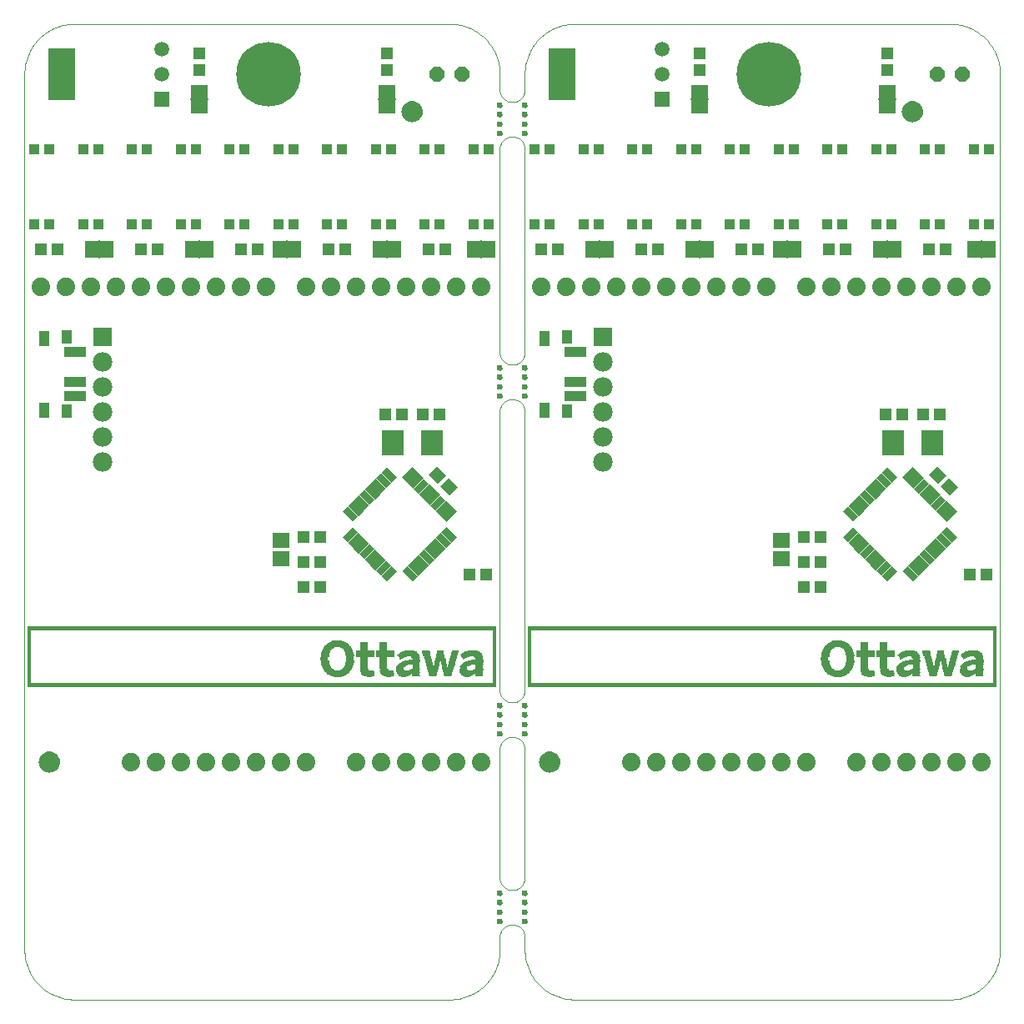
<source format=gts>
G75*
G70*
%OFA0B0*%
%FSLAX24Y24*%
%IPPOS*%
%LPD*%
%AMOC8*
5,1,8,0,0,1.08239X$1,22.5*
%
%ADD10C,0.0000*%
%ADD11C,0.2580*%
%ADD12C,0.0237*%
%ADD13R,0.0580X0.0300*%
%ADD14R,0.0300X0.0580*%
%ADD15R,0.0474X0.0513*%
%ADD16C,0.0740*%
%ADD17R,0.0513X0.0474*%
%ADD18R,0.0395X0.0395*%
%ADD19R,0.0540X0.0710*%
%ADD20R,0.0060X0.0720*%
%ADD21OC8,0.0600*%
%ADD22R,0.0710X0.0540*%
%ADD23R,0.0720X0.0060*%
%ADD24R,0.0595X0.0595*%
%ADD25C,0.0595*%
%ADD26R,0.1080X0.2080*%
%ADD27R,0.0780X0.0780*%
%ADD28C,0.0780*%
%ADD29R,0.0867X0.0395*%
%ADD30R,0.0395X0.0552*%
%ADD31R,0.0395X0.0631*%
%ADD32R,0.0671X0.0592*%
%ADD33R,0.0867X0.1025*%
%ADD34R,1.8745X0.0011*%
%ADD35R,1.8745X0.0011*%
%ADD36R,0.0145X0.0011*%
%ADD37R,0.0145X0.0011*%
%ADD38R,0.0222X0.0011*%
%ADD39R,0.0333X0.0011*%
%ADD40R,0.0233X0.0011*%
%ADD41R,0.0167X0.0011*%
%ADD42R,0.0411X0.0011*%
%ADD43R,0.0378X0.0011*%
%ADD44R,0.0367X0.0011*%
%ADD45R,0.0244X0.0011*%
%ADD46R,0.0300X0.0011*%
%ADD47R,0.0289X0.0011*%
%ADD48R,0.0255X0.0011*%
%ADD49R,0.0478X0.0011*%
%ADD50R,0.0411X0.0011*%
%ADD51R,0.0311X0.0011*%
%ADD52R,0.0311X0.0011*%
%ADD53R,0.0533X0.0011*%
%ADD54R,0.0433X0.0011*%
%ADD55R,0.0433X0.0011*%
%ADD56R,0.0356X0.0011*%
%ADD57R,0.0578X0.0011*%
%ADD58R,0.0456X0.0011*%
%ADD59R,0.0456X0.0011*%
%ADD60R,0.0389X0.0011*%
%ADD61R,0.0400X0.0011*%
%ADD62R,0.0622X0.0011*%
%ADD63R,0.0467X0.0011*%
%ADD64R,0.0422X0.0011*%
%ADD65R,0.0667X0.0011*%
%ADD66R,0.0478X0.0011*%
%ADD67R,0.0466X0.0011*%
%ADD68R,0.0711X0.0011*%
%ADD69R,0.0489X0.0011*%
%ADD70R,0.0488X0.0011*%
%ADD71R,0.0322X0.0011*%
%ADD72R,0.0489X0.0011*%
%ADD73R,0.0733X0.0011*%
%ADD74R,0.0500X0.0011*%
%ADD75R,0.0512X0.0011*%
%ADD76R,0.0511X0.0011*%
%ADD77R,0.0778X0.0011*%
%ADD78R,0.0511X0.0011*%
%ADD79R,0.0511X0.0011*%
%ADD80R,0.0534X0.0011*%
%ADD81R,0.0300X0.0011*%
%ADD82R,0.0533X0.0011*%
%ADD83R,0.0800X0.0011*%
%ADD84R,0.0511X0.0011*%
%ADD85R,0.0556X0.0011*%
%ADD86R,0.0333X0.0011*%
%ADD87R,0.0555X0.0011*%
%ADD88R,0.0822X0.0011*%
%ADD89R,0.0522X0.0011*%
%ADD90R,0.0344X0.0011*%
%ADD91R,0.0566X0.0011*%
%ADD92R,0.0867X0.0011*%
%ADD93R,0.0589X0.0011*%
%ADD94R,0.0889X0.0011*%
%ADD95R,0.0611X0.0011*%
%ADD96R,0.0355X0.0011*%
%ADD97R,0.0600X0.0011*%
%ADD98R,0.0911X0.0011*%
%ADD99R,0.0533X0.0011*%
%ADD100R,0.0922X0.0011*%
%ADD101R,0.0366X0.0011*%
%ADD102R,0.0923X0.0011*%
%ADD103R,0.0933X0.0011*%
%ADD104R,0.0955X0.0011*%
%ADD105R,0.0978X0.0011*%
%ADD106R,0.0544X0.0011*%
%ADD107R,0.0377X0.0011*%
%ADD108R,0.0934X0.0011*%
%ADD109R,0.1000X0.0011*%
%ADD110R,0.0544X0.0011*%
%ADD111R,0.0533X0.0011*%
%ADD112R,0.0922X0.0011*%
%ADD113R,0.0388X0.0011*%
%ADD114R,0.0934X0.0011*%
%ADD115R,0.1000X0.0011*%
%ADD116R,0.0545X0.0011*%
%ADD117R,0.0388X0.0011*%
%ADD118R,0.1022X0.0011*%
%ADD119R,0.0366X0.0011*%
%ADD120R,0.0011X0.0011*%
%ADD121R,0.0367X0.0011*%
%ADD122R,0.0011X0.0011*%
%ADD123R,0.0345X0.0011*%
%ADD124R,0.0344X0.0011*%
%ADD125R,0.0422X0.0011*%
%ADD126R,0.0412X0.0011*%
%ADD127R,0.0423X0.0011*%
%ADD128R,0.0333X0.0011*%
%ADD129R,0.0334X0.0011*%
%ADD130R,0.0322X0.0011*%
%ADD131R,0.0389X0.0011*%
%ADD132R,0.0323X0.0011*%
%ADD133R,0.0378X0.0011*%
%ADD134R,0.0312X0.0011*%
%ADD135R,0.0434X0.0011*%
%ADD136R,0.0289X0.0011*%
%ADD137R,0.0366X0.0011*%
%ADD138R,0.0356X0.0011*%
%ADD139R,0.0312X0.0011*%
%ADD140R,0.0434X0.0011*%
%ADD141R,0.0289X0.0011*%
%ADD142R,0.0445X0.0011*%
%ADD143R,0.0267X0.0011*%
%ADD144R,0.0189X0.0011*%
%ADD145R,0.0233X0.0011*%
%ADD146R,0.0334X0.0011*%
%ADD147R,0.0200X0.0011*%
%ADD148R,0.0244X0.0011*%
%ADD149R,0.0322X0.0011*%
%ADD150R,0.0311X0.0011*%
%ADD151R,0.0289X0.0011*%
%ADD152R,0.0267X0.0011*%
%ADD153R,0.0189X0.0011*%
%ADD154R,0.0222X0.0011*%
%ADD155R,0.0244X0.0011*%
%ADD156R,0.0189X0.0011*%
%ADD157R,0.0233X0.0011*%
%ADD158R,0.0278X0.0011*%
%ADD159R,0.0267X0.0011*%
%ADD160R,0.0222X0.0011*%
%ADD161R,0.0311X0.0011*%
%ADD162R,0.0833X0.0011*%
%ADD163R,0.0277X0.0011*%
%ADD164R,0.0200X0.0011*%
%ADD165R,0.0255X0.0011*%
%ADD166R,0.0834X0.0011*%
%ADD167R,0.0811X0.0011*%
%ADD168R,0.0277X0.0011*%
%ADD169R,0.0823X0.0011*%
%ADD170R,0.0812X0.0011*%
%ADD171R,0.0789X0.0011*%
%ADD172R,0.0789X0.0011*%
%ADD173R,0.0766X0.0011*%
%ADD174R,0.0288X0.0011*%
%ADD175R,0.0778X0.0011*%
%ADD176R,0.0744X0.0011*%
%ADD177R,0.0756X0.0011*%
%ADD178R,0.0722X0.0011*%
%ADD179R,0.0734X0.0011*%
%ADD180R,0.0700X0.0011*%
%ADD181R,0.0256X0.0011*%
%ADD182R,0.0666X0.0011*%
%ADD183R,0.0678X0.0011*%
%ADD184R,0.0644X0.0011*%
%ADD185R,0.0278X0.0011*%
%ADD186R,0.0233X0.0011*%
%ADD187R,0.0256X0.0011*%
%ADD188R,0.0645X0.0011*%
%ADD189R,0.0256X0.0011*%
%ADD190R,0.0612X0.0011*%
%ADD191R,0.0434X0.0011*%
%ADD192R,0.0567X0.0011*%
%ADD193R,0.0444X0.0011*%
%ADD194R,0.0034X0.0011*%
%ADD195R,0.0389X0.0011*%
%ADD196R,0.0256X0.0011*%
%ADD197R,0.0033X0.0011*%
%ADD198R,0.0056X0.0011*%
%ADD199R,0.0055X0.0011*%
%ADD200R,0.0078X0.0011*%
%ADD201R,0.0077X0.0011*%
%ADD202R,0.0111X0.0011*%
%ADD203R,0.0100X0.0011*%
%ADD204R,0.0134X0.0011*%
%ADD205R,0.0156X0.0011*%
%ADD206R,0.0167X0.0011*%
%ADD207R,0.0722X0.0011*%
%ADD208R,0.0733X0.0011*%
%ADD209R,0.0355X0.0011*%
%ADD210R,0.0344X0.0011*%
%ADD211R,0.0266X0.0011*%
%ADD212R,0.0722X0.0011*%
%ADD213R,0.0833X0.0011*%
%ADD214R,0.0266X0.0011*%
%ADD215R,0.0844X0.0011*%
%ADD216R,0.0844X0.0011*%
%ADD217R,0.0845X0.0011*%
%ADD218R,0.0266X0.0011*%
%ADD219R,0.0855X0.0011*%
%ADD220R,0.0856X0.0011*%
%ADD221R,0.0789X0.0011*%
%ADD222R,0.0778X0.0011*%
%ADD223R,0.0767X0.0011*%
%ADD224R,0.0733X0.0011*%
%ADD225R,0.0677X0.0011*%
%ADD226R,0.0655X0.0011*%
%ADD227R,0.0644X0.0011*%
%ADD228R,0.0611X0.0011*%
%ADD229R,0.0567X0.0011*%
%ADD230R,0.0523X0.0011*%
%ADD231R,0.0466X0.0011*%
%ADD232R,0.0245X0.0011*%
%ADD233R,0.0478X0.0011*%
%ADD234R,0.0234X0.0011*%
%ADD235R,0.0178X0.0011*%
%ADD236R,0.0177X0.0011*%
%ADD237R,0.0467X0.0011*%
%ADD238R,0.1045X0.0011*%
%ADD239R,0.1022X0.0011*%
%ADD240R,0.0822X0.0011*%
%ADD241R,0.0755X0.0011*%
%ADD242R,0.0689X0.0011*%
%ADD243R,0.0645X0.0011*%
%ADD244R,0.0445X0.0011*%
%ADD245R,0.0133X0.0011*%
%ADD246C,0.0050*%
D10*
X000655Y002655D02*
X000655Y037655D01*
X000657Y037750D01*
X000664Y037845D01*
X000675Y037940D01*
X000691Y038034D01*
X000711Y038127D01*
X000736Y038218D01*
X000765Y038309D01*
X000798Y038398D01*
X000836Y038486D01*
X000877Y038571D01*
X000923Y038655D01*
X000972Y038736D01*
X001026Y038815D01*
X001083Y038891D01*
X001144Y038965D01*
X001208Y039035D01*
X001275Y039102D01*
X001345Y039166D01*
X001419Y039227D01*
X001495Y039284D01*
X001574Y039338D01*
X001655Y039387D01*
X001739Y039433D01*
X001824Y039474D01*
X001912Y039512D01*
X002001Y039545D01*
X002092Y039574D01*
X002183Y039599D01*
X002276Y039619D01*
X002370Y039635D01*
X002465Y039646D01*
X002560Y039653D01*
X002655Y039655D01*
X017655Y039655D01*
X017750Y039653D01*
X017845Y039646D01*
X017940Y039635D01*
X018034Y039619D01*
X018127Y039599D01*
X018218Y039574D01*
X018309Y039545D01*
X018398Y039512D01*
X018486Y039474D01*
X018571Y039433D01*
X018655Y039387D01*
X018736Y039338D01*
X018815Y039284D01*
X018891Y039227D01*
X018965Y039166D01*
X019035Y039102D01*
X019102Y039035D01*
X019166Y038965D01*
X019227Y038891D01*
X019284Y038815D01*
X019338Y038736D01*
X019387Y038655D01*
X019433Y038571D01*
X019474Y038486D01*
X019512Y038398D01*
X019545Y038309D01*
X019574Y038218D01*
X019599Y038127D01*
X019619Y038034D01*
X019635Y037940D01*
X019646Y037845D01*
X019653Y037750D01*
X019655Y037655D01*
X019655Y037030D01*
X020155Y036530D02*
X020199Y036532D01*
X020242Y036538D01*
X020284Y036547D01*
X020326Y036560D01*
X020366Y036577D01*
X020405Y036597D01*
X020442Y036620D01*
X020476Y036647D01*
X020509Y036676D01*
X020538Y036709D01*
X020565Y036743D01*
X020588Y036780D01*
X020608Y036819D01*
X020625Y036859D01*
X020638Y036901D01*
X020647Y036943D01*
X020653Y036986D01*
X020655Y037030D01*
X020655Y037655D01*
X019655Y037030D02*
X019657Y036986D01*
X019663Y036943D01*
X019672Y036901D01*
X019685Y036859D01*
X019702Y036819D01*
X019722Y036780D01*
X019745Y036743D01*
X019772Y036709D01*
X019801Y036676D01*
X019834Y036647D01*
X019868Y036620D01*
X019905Y036597D01*
X019944Y036577D01*
X019984Y036560D01*
X020026Y036547D01*
X020068Y036538D01*
X020111Y036532D01*
X020155Y036530D01*
X019576Y036405D02*
X019578Y036423D01*
X019584Y036439D01*
X019593Y036454D01*
X019606Y036467D01*
X019621Y036476D01*
X019637Y036482D01*
X019655Y036484D01*
X019673Y036482D01*
X019689Y036476D01*
X019704Y036467D01*
X019717Y036454D01*
X019726Y036439D01*
X019732Y036423D01*
X019734Y036405D01*
X019732Y036387D01*
X019726Y036371D01*
X019717Y036356D01*
X019704Y036343D01*
X019689Y036334D01*
X019673Y036328D01*
X019655Y036326D01*
X019637Y036328D01*
X019621Y036334D01*
X019606Y036343D01*
X019593Y036356D01*
X019584Y036371D01*
X019578Y036387D01*
X019576Y036405D01*
X019576Y036030D02*
X019578Y036048D01*
X019584Y036064D01*
X019593Y036079D01*
X019606Y036092D01*
X019621Y036101D01*
X019637Y036107D01*
X019655Y036109D01*
X019673Y036107D01*
X019689Y036101D01*
X019704Y036092D01*
X019717Y036079D01*
X019726Y036064D01*
X019732Y036048D01*
X019734Y036030D01*
X019732Y036012D01*
X019726Y035996D01*
X019717Y035981D01*
X019704Y035968D01*
X019689Y035959D01*
X019673Y035953D01*
X019655Y035951D01*
X019637Y035953D01*
X019621Y035959D01*
X019606Y035968D01*
X019593Y035981D01*
X019584Y035996D01*
X019578Y036012D01*
X019576Y036030D01*
X019576Y035655D02*
X019578Y035673D01*
X019584Y035689D01*
X019593Y035704D01*
X019606Y035717D01*
X019621Y035726D01*
X019637Y035732D01*
X019655Y035734D01*
X019673Y035732D01*
X019689Y035726D01*
X019704Y035717D01*
X019717Y035704D01*
X019726Y035689D01*
X019732Y035673D01*
X019734Y035655D01*
X019732Y035637D01*
X019726Y035621D01*
X019717Y035606D01*
X019704Y035593D01*
X019689Y035584D01*
X019673Y035578D01*
X019655Y035576D01*
X019637Y035578D01*
X019621Y035584D01*
X019606Y035593D01*
X019593Y035606D01*
X019584Y035621D01*
X019578Y035637D01*
X019576Y035655D01*
X019576Y035280D02*
X019578Y035298D01*
X019584Y035314D01*
X019593Y035329D01*
X019606Y035342D01*
X019621Y035351D01*
X019637Y035357D01*
X019655Y035359D01*
X019673Y035357D01*
X019689Y035351D01*
X019704Y035342D01*
X019717Y035329D01*
X019726Y035314D01*
X019732Y035298D01*
X019734Y035280D01*
X019732Y035262D01*
X019726Y035246D01*
X019717Y035231D01*
X019704Y035218D01*
X019689Y035209D01*
X019673Y035203D01*
X019655Y035201D01*
X019637Y035203D01*
X019621Y035209D01*
X019606Y035218D01*
X019593Y035231D01*
X019584Y035246D01*
X019578Y035262D01*
X019576Y035280D01*
X019655Y034655D02*
X019655Y026530D01*
X020155Y026030D02*
X020199Y026032D01*
X020242Y026038D01*
X020284Y026047D01*
X020326Y026060D01*
X020366Y026077D01*
X020405Y026097D01*
X020442Y026120D01*
X020476Y026147D01*
X020509Y026176D01*
X020538Y026209D01*
X020565Y026243D01*
X020588Y026280D01*
X020608Y026319D01*
X020625Y026359D01*
X020638Y026401D01*
X020647Y026443D01*
X020653Y026486D01*
X020655Y026530D01*
X020655Y034655D01*
X020155Y035155D02*
X020111Y035153D01*
X020068Y035147D01*
X020026Y035138D01*
X019984Y035125D01*
X019944Y035108D01*
X019905Y035088D01*
X019868Y035065D01*
X019834Y035038D01*
X019801Y035009D01*
X019772Y034976D01*
X019745Y034942D01*
X019722Y034905D01*
X019702Y034866D01*
X019685Y034826D01*
X019672Y034784D01*
X019663Y034742D01*
X019657Y034699D01*
X019655Y034655D01*
X020155Y035155D02*
X020199Y035153D01*
X020242Y035147D01*
X020284Y035138D01*
X020326Y035125D01*
X020366Y035108D01*
X020405Y035088D01*
X020442Y035065D01*
X020476Y035038D01*
X020509Y035009D01*
X020538Y034976D01*
X020565Y034942D01*
X020588Y034905D01*
X020608Y034866D01*
X020625Y034826D01*
X020638Y034784D01*
X020647Y034742D01*
X020653Y034699D01*
X020655Y034655D01*
X020576Y035280D02*
X020578Y035298D01*
X020584Y035314D01*
X020593Y035329D01*
X020606Y035342D01*
X020621Y035351D01*
X020637Y035357D01*
X020655Y035359D01*
X020673Y035357D01*
X020689Y035351D01*
X020704Y035342D01*
X020717Y035329D01*
X020726Y035314D01*
X020732Y035298D01*
X020734Y035280D01*
X020732Y035262D01*
X020726Y035246D01*
X020717Y035231D01*
X020704Y035218D01*
X020689Y035209D01*
X020673Y035203D01*
X020655Y035201D01*
X020637Y035203D01*
X020621Y035209D01*
X020606Y035218D01*
X020593Y035231D01*
X020584Y035246D01*
X020578Y035262D01*
X020576Y035280D01*
X020576Y035655D02*
X020578Y035673D01*
X020584Y035689D01*
X020593Y035704D01*
X020606Y035717D01*
X020621Y035726D01*
X020637Y035732D01*
X020655Y035734D01*
X020673Y035732D01*
X020689Y035726D01*
X020704Y035717D01*
X020717Y035704D01*
X020726Y035689D01*
X020732Y035673D01*
X020734Y035655D01*
X020732Y035637D01*
X020726Y035621D01*
X020717Y035606D01*
X020704Y035593D01*
X020689Y035584D01*
X020673Y035578D01*
X020655Y035576D01*
X020637Y035578D01*
X020621Y035584D01*
X020606Y035593D01*
X020593Y035606D01*
X020584Y035621D01*
X020578Y035637D01*
X020576Y035655D01*
X020576Y036030D02*
X020578Y036048D01*
X020584Y036064D01*
X020593Y036079D01*
X020606Y036092D01*
X020621Y036101D01*
X020637Y036107D01*
X020655Y036109D01*
X020673Y036107D01*
X020689Y036101D01*
X020704Y036092D01*
X020717Y036079D01*
X020726Y036064D01*
X020732Y036048D01*
X020734Y036030D01*
X020732Y036012D01*
X020726Y035996D01*
X020717Y035981D01*
X020704Y035968D01*
X020689Y035959D01*
X020673Y035953D01*
X020655Y035951D01*
X020637Y035953D01*
X020621Y035959D01*
X020606Y035968D01*
X020593Y035981D01*
X020584Y035996D01*
X020578Y036012D01*
X020576Y036030D01*
X020576Y036405D02*
X020578Y036423D01*
X020584Y036439D01*
X020593Y036454D01*
X020606Y036467D01*
X020621Y036476D01*
X020637Y036482D01*
X020655Y036484D01*
X020673Y036482D01*
X020689Y036476D01*
X020704Y036467D01*
X020717Y036454D01*
X020726Y036439D01*
X020732Y036423D01*
X020734Y036405D01*
X020732Y036387D01*
X020726Y036371D01*
X020717Y036356D01*
X020704Y036343D01*
X020689Y036334D01*
X020673Y036328D01*
X020655Y036326D01*
X020637Y036328D01*
X020621Y036334D01*
X020606Y036343D01*
X020593Y036356D01*
X020584Y036371D01*
X020578Y036387D01*
X020576Y036405D01*
X020655Y037655D02*
X020657Y037750D01*
X020664Y037845D01*
X020675Y037940D01*
X020691Y038034D01*
X020711Y038127D01*
X020736Y038218D01*
X020765Y038309D01*
X020798Y038398D01*
X020836Y038486D01*
X020877Y038571D01*
X020923Y038655D01*
X020972Y038736D01*
X021026Y038815D01*
X021083Y038891D01*
X021144Y038965D01*
X021208Y039035D01*
X021275Y039102D01*
X021345Y039166D01*
X021419Y039227D01*
X021495Y039284D01*
X021574Y039338D01*
X021655Y039387D01*
X021739Y039433D01*
X021824Y039474D01*
X021912Y039512D01*
X022001Y039545D01*
X022092Y039574D01*
X022183Y039599D01*
X022276Y039619D01*
X022370Y039635D01*
X022465Y039646D01*
X022560Y039653D01*
X022655Y039655D01*
X037655Y039655D01*
X037750Y039653D01*
X037845Y039646D01*
X037940Y039635D01*
X038034Y039619D01*
X038127Y039599D01*
X038218Y039574D01*
X038309Y039545D01*
X038398Y039512D01*
X038486Y039474D01*
X038571Y039433D01*
X038655Y039387D01*
X038736Y039338D01*
X038815Y039284D01*
X038891Y039227D01*
X038965Y039166D01*
X039035Y039102D01*
X039102Y039035D01*
X039166Y038965D01*
X039227Y038891D01*
X039284Y038815D01*
X039338Y038736D01*
X039387Y038655D01*
X039433Y038571D01*
X039474Y038486D01*
X039512Y038398D01*
X039545Y038309D01*
X039574Y038218D01*
X039599Y038127D01*
X039619Y038034D01*
X039635Y037940D01*
X039646Y037845D01*
X039653Y037750D01*
X039655Y037655D01*
X039655Y002655D01*
X039653Y002560D01*
X039646Y002465D01*
X039635Y002370D01*
X039619Y002276D01*
X039599Y002183D01*
X039574Y002092D01*
X039545Y002001D01*
X039512Y001912D01*
X039474Y001824D01*
X039433Y001739D01*
X039387Y001655D01*
X039338Y001574D01*
X039284Y001495D01*
X039227Y001419D01*
X039166Y001345D01*
X039102Y001275D01*
X039035Y001208D01*
X038965Y001144D01*
X038891Y001083D01*
X038815Y001026D01*
X038736Y000972D01*
X038655Y000923D01*
X038571Y000877D01*
X038486Y000836D01*
X038398Y000798D01*
X038309Y000765D01*
X038218Y000736D01*
X038127Y000711D01*
X038034Y000691D01*
X037940Y000675D01*
X037845Y000664D01*
X037750Y000657D01*
X037655Y000655D01*
X022655Y000655D01*
X022560Y000657D01*
X022465Y000664D01*
X022370Y000675D01*
X022276Y000691D01*
X022183Y000711D01*
X022092Y000736D01*
X022001Y000765D01*
X021912Y000798D01*
X021824Y000836D01*
X021739Y000877D01*
X021655Y000923D01*
X021574Y000972D01*
X021495Y001026D01*
X021419Y001083D01*
X021345Y001144D01*
X021275Y001208D01*
X021208Y001275D01*
X021144Y001345D01*
X021083Y001419D01*
X021026Y001495D01*
X020972Y001574D01*
X020923Y001655D01*
X020877Y001739D01*
X020836Y001824D01*
X020798Y001912D01*
X020765Y002001D01*
X020736Y002092D01*
X020711Y002183D01*
X020691Y002276D01*
X020675Y002370D01*
X020664Y002465D01*
X020657Y002560D01*
X020655Y002655D01*
X020655Y003155D01*
X020155Y003655D02*
X020111Y003653D01*
X020068Y003647D01*
X020026Y003638D01*
X019984Y003625D01*
X019944Y003608D01*
X019905Y003588D01*
X019868Y003565D01*
X019834Y003538D01*
X019801Y003509D01*
X019772Y003476D01*
X019745Y003442D01*
X019722Y003405D01*
X019702Y003366D01*
X019685Y003326D01*
X019672Y003284D01*
X019663Y003242D01*
X019657Y003199D01*
X019655Y003155D01*
X019655Y002655D01*
X020655Y003155D02*
X020653Y003199D01*
X020647Y003242D01*
X020638Y003284D01*
X020625Y003326D01*
X020608Y003366D01*
X020588Y003405D01*
X020565Y003442D01*
X020538Y003476D01*
X020509Y003509D01*
X020476Y003538D01*
X020442Y003565D01*
X020405Y003588D01*
X020366Y003608D01*
X020326Y003625D01*
X020284Y003638D01*
X020242Y003647D01*
X020199Y003653D01*
X020155Y003655D01*
X019576Y003780D02*
X019578Y003798D01*
X019584Y003814D01*
X019593Y003829D01*
X019606Y003842D01*
X019621Y003851D01*
X019637Y003857D01*
X019655Y003859D01*
X019673Y003857D01*
X019689Y003851D01*
X019704Y003842D01*
X019717Y003829D01*
X019726Y003814D01*
X019732Y003798D01*
X019734Y003780D01*
X019732Y003762D01*
X019726Y003746D01*
X019717Y003731D01*
X019704Y003718D01*
X019689Y003709D01*
X019673Y003703D01*
X019655Y003701D01*
X019637Y003703D01*
X019621Y003709D01*
X019606Y003718D01*
X019593Y003731D01*
X019584Y003746D01*
X019578Y003762D01*
X019576Y003780D01*
X019576Y004155D02*
X019578Y004173D01*
X019584Y004189D01*
X019593Y004204D01*
X019606Y004217D01*
X019621Y004226D01*
X019637Y004232D01*
X019655Y004234D01*
X019673Y004232D01*
X019689Y004226D01*
X019704Y004217D01*
X019717Y004204D01*
X019726Y004189D01*
X019732Y004173D01*
X019734Y004155D01*
X019732Y004137D01*
X019726Y004121D01*
X019717Y004106D01*
X019704Y004093D01*
X019689Y004084D01*
X019673Y004078D01*
X019655Y004076D01*
X019637Y004078D01*
X019621Y004084D01*
X019606Y004093D01*
X019593Y004106D01*
X019584Y004121D01*
X019578Y004137D01*
X019576Y004155D01*
X019576Y004530D02*
X019578Y004548D01*
X019584Y004564D01*
X019593Y004579D01*
X019606Y004592D01*
X019621Y004601D01*
X019637Y004607D01*
X019655Y004609D01*
X019673Y004607D01*
X019689Y004601D01*
X019704Y004592D01*
X019717Y004579D01*
X019726Y004564D01*
X019732Y004548D01*
X019734Y004530D01*
X019732Y004512D01*
X019726Y004496D01*
X019717Y004481D01*
X019704Y004468D01*
X019689Y004459D01*
X019673Y004453D01*
X019655Y004451D01*
X019637Y004453D01*
X019621Y004459D01*
X019606Y004468D01*
X019593Y004481D01*
X019584Y004496D01*
X019578Y004512D01*
X019576Y004530D01*
X019576Y004905D02*
X019578Y004923D01*
X019584Y004939D01*
X019593Y004954D01*
X019606Y004967D01*
X019621Y004976D01*
X019637Y004982D01*
X019655Y004984D01*
X019673Y004982D01*
X019689Y004976D01*
X019704Y004967D01*
X019717Y004954D01*
X019726Y004939D01*
X019732Y004923D01*
X019734Y004905D01*
X019732Y004887D01*
X019726Y004871D01*
X019717Y004856D01*
X019704Y004843D01*
X019689Y004834D01*
X019673Y004828D01*
X019655Y004826D01*
X019637Y004828D01*
X019621Y004834D01*
X019606Y004843D01*
X019593Y004856D01*
X019584Y004871D01*
X019578Y004887D01*
X019576Y004905D01*
X019655Y005530D02*
X019655Y010655D01*
X019657Y010699D01*
X019663Y010742D01*
X019672Y010784D01*
X019685Y010826D01*
X019702Y010866D01*
X019722Y010905D01*
X019745Y010942D01*
X019772Y010976D01*
X019801Y011009D01*
X019834Y011038D01*
X019868Y011065D01*
X019905Y011088D01*
X019944Y011108D01*
X019984Y011125D01*
X020026Y011138D01*
X020068Y011147D01*
X020111Y011153D01*
X020155Y011155D01*
X020199Y011153D01*
X020242Y011147D01*
X020284Y011138D01*
X020326Y011125D01*
X020366Y011108D01*
X020405Y011088D01*
X020442Y011065D01*
X020476Y011038D01*
X020509Y011009D01*
X020538Y010976D01*
X020565Y010942D01*
X020588Y010905D01*
X020608Y010866D01*
X020625Y010826D01*
X020638Y010784D01*
X020647Y010742D01*
X020653Y010699D01*
X020655Y010655D01*
X020655Y005530D01*
X020653Y005486D01*
X020647Y005443D01*
X020638Y005401D01*
X020625Y005359D01*
X020608Y005319D01*
X020588Y005280D01*
X020565Y005243D01*
X020538Y005209D01*
X020509Y005176D01*
X020476Y005147D01*
X020442Y005120D01*
X020405Y005097D01*
X020366Y005077D01*
X020326Y005060D01*
X020284Y005047D01*
X020242Y005038D01*
X020199Y005032D01*
X020155Y005030D01*
X020111Y005032D01*
X020068Y005038D01*
X020026Y005047D01*
X019984Y005060D01*
X019944Y005077D01*
X019905Y005097D01*
X019868Y005120D01*
X019834Y005147D01*
X019801Y005176D01*
X019772Y005209D01*
X019745Y005243D01*
X019722Y005280D01*
X019702Y005319D01*
X019685Y005359D01*
X019672Y005401D01*
X019663Y005443D01*
X019657Y005486D01*
X019655Y005530D01*
X020576Y004905D02*
X020578Y004923D01*
X020584Y004939D01*
X020593Y004954D01*
X020606Y004967D01*
X020621Y004976D01*
X020637Y004982D01*
X020655Y004984D01*
X020673Y004982D01*
X020689Y004976D01*
X020704Y004967D01*
X020717Y004954D01*
X020726Y004939D01*
X020732Y004923D01*
X020734Y004905D01*
X020732Y004887D01*
X020726Y004871D01*
X020717Y004856D01*
X020704Y004843D01*
X020689Y004834D01*
X020673Y004828D01*
X020655Y004826D01*
X020637Y004828D01*
X020621Y004834D01*
X020606Y004843D01*
X020593Y004856D01*
X020584Y004871D01*
X020578Y004887D01*
X020576Y004905D01*
X020576Y004530D02*
X020578Y004548D01*
X020584Y004564D01*
X020593Y004579D01*
X020606Y004592D01*
X020621Y004601D01*
X020637Y004607D01*
X020655Y004609D01*
X020673Y004607D01*
X020689Y004601D01*
X020704Y004592D01*
X020717Y004579D01*
X020726Y004564D01*
X020732Y004548D01*
X020734Y004530D01*
X020732Y004512D01*
X020726Y004496D01*
X020717Y004481D01*
X020704Y004468D01*
X020689Y004459D01*
X020673Y004453D01*
X020655Y004451D01*
X020637Y004453D01*
X020621Y004459D01*
X020606Y004468D01*
X020593Y004481D01*
X020584Y004496D01*
X020578Y004512D01*
X020576Y004530D01*
X020576Y004155D02*
X020578Y004173D01*
X020584Y004189D01*
X020593Y004204D01*
X020606Y004217D01*
X020621Y004226D01*
X020637Y004232D01*
X020655Y004234D01*
X020673Y004232D01*
X020689Y004226D01*
X020704Y004217D01*
X020717Y004204D01*
X020726Y004189D01*
X020732Y004173D01*
X020734Y004155D01*
X020732Y004137D01*
X020726Y004121D01*
X020717Y004106D01*
X020704Y004093D01*
X020689Y004084D01*
X020673Y004078D01*
X020655Y004076D01*
X020637Y004078D01*
X020621Y004084D01*
X020606Y004093D01*
X020593Y004106D01*
X020584Y004121D01*
X020578Y004137D01*
X020576Y004155D01*
X020576Y003780D02*
X020578Y003798D01*
X020584Y003814D01*
X020593Y003829D01*
X020606Y003842D01*
X020621Y003851D01*
X020637Y003857D01*
X020655Y003859D01*
X020673Y003857D01*
X020689Y003851D01*
X020704Y003842D01*
X020717Y003829D01*
X020726Y003814D01*
X020732Y003798D01*
X020734Y003780D01*
X020732Y003762D01*
X020726Y003746D01*
X020717Y003731D01*
X020704Y003718D01*
X020689Y003709D01*
X020673Y003703D01*
X020655Y003701D01*
X020637Y003703D01*
X020621Y003709D01*
X020606Y003718D01*
X020593Y003731D01*
X020584Y003746D01*
X020578Y003762D01*
X020576Y003780D01*
X019655Y002655D02*
X019653Y002560D01*
X019646Y002465D01*
X019635Y002370D01*
X019619Y002276D01*
X019599Y002183D01*
X019574Y002092D01*
X019545Y002001D01*
X019512Y001912D01*
X019474Y001824D01*
X019433Y001739D01*
X019387Y001655D01*
X019338Y001574D01*
X019284Y001495D01*
X019227Y001419D01*
X019166Y001345D01*
X019102Y001275D01*
X019035Y001208D01*
X018965Y001144D01*
X018891Y001083D01*
X018815Y001026D01*
X018736Y000972D01*
X018655Y000923D01*
X018571Y000877D01*
X018486Y000836D01*
X018398Y000798D01*
X018309Y000765D01*
X018218Y000736D01*
X018127Y000711D01*
X018034Y000691D01*
X017940Y000675D01*
X017845Y000664D01*
X017750Y000657D01*
X017655Y000655D01*
X002655Y000655D01*
X002560Y000657D01*
X002465Y000664D01*
X002370Y000675D01*
X002276Y000691D01*
X002183Y000711D01*
X002092Y000736D01*
X002001Y000765D01*
X001912Y000798D01*
X001824Y000836D01*
X001739Y000877D01*
X001655Y000923D01*
X001574Y000972D01*
X001495Y001026D01*
X001419Y001083D01*
X001345Y001144D01*
X001275Y001208D01*
X001208Y001275D01*
X001144Y001345D01*
X001083Y001419D01*
X001026Y001495D01*
X000972Y001574D01*
X000923Y001655D01*
X000877Y001739D01*
X000836Y001824D01*
X000798Y001912D01*
X000765Y002001D01*
X000736Y002092D01*
X000711Y002183D01*
X000691Y002276D01*
X000675Y002370D01*
X000664Y002465D01*
X000657Y002560D01*
X000655Y002655D01*
X019576Y011280D02*
X019578Y011298D01*
X019584Y011314D01*
X019593Y011329D01*
X019606Y011342D01*
X019621Y011351D01*
X019637Y011357D01*
X019655Y011359D01*
X019673Y011357D01*
X019689Y011351D01*
X019704Y011342D01*
X019717Y011329D01*
X019726Y011314D01*
X019732Y011298D01*
X019734Y011280D01*
X019732Y011262D01*
X019726Y011246D01*
X019717Y011231D01*
X019704Y011218D01*
X019689Y011209D01*
X019673Y011203D01*
X019655Y011201D01*
X019637Y011203D01*
X019621Y011209D01*
X019606Y011218D01*
X019593Y011231D01*
X019584Y011246D01*
X019578Y011262D01*
X019576Y011280D01*
X019576Y011655D02*
X019578Y011673D01*
X019584Y011689D01*
X019593Y011704D01*
X019606Y011717D01*
X019621Y011726D01*
X019637Y011732D01*
X019655Y011734D01*
X019673Y011732D01*
X019689Y011726D01*
X019704Y011717D01*
X019717Y011704D01*
X019726Y011689D01*
X019732Y011673D01*
X019734Y011655D01*
X019732Y011637D01*
X019726Y011621D01*
X019717Y011606D01*
X019704Y011593D01*
X019689Y011584D01*
X019673Y011578D01*
X019655Y011576D01*
X019637Y011578D01*
X019621Y011584D01*
X019606Y011593D01*
X019593Y011606D01*
X019584Y011621D01*
X019578Y011637D01*
X019576Y011655D01*
X019576Y012030D02*
X019578Y012048D01*
X019584Y012064D01*
X019593Y012079D01*
X019606Y012092D01*
X019621Y012101D01*
X019637Y012107D01*
X019655Y012109D01*
X019673Y012107D01*
X019689Y012101D01*
X019704Y012092D01*
X019717Y012079D01*
X019726Y012064D01*
X019732Y012048D01*
X019734Y012030D01*
X019732Y012012D01*
X019726Y011996D01*
X019717Y011981D01*
X019704Y011968D01*
X019689Y011959D01*
X019673Y011953D01*
X019655Y011951D01*
X019637Y011953D01*
X019621Y011959D01*
X019606Y011968D01*
X019593Y011981D01*
X019584Y011996D01*
X019578Y012012D01*
X019576Y012030D01*
X019576Y012405D02*
X019578Y012423D01*
X019584Y012439D01*
X019593Y012454D01*
X019606Y012467D01*
X019621Y012476D01*
X019637Y012482D01*
X019655Y012484D01*
X019673Y012482D01*
X019689Y012476D01*
X019704Y012467D01*
X019717Y012454D01*
X019726Y012439D01*
X019732Y012423D01*
X019734Y012405D01*
X019732Y012387D01*
X019726Y012371D01*
X019717Y012356D01*
X019704Y012343D01*
X019689Y012334D01*
X019673Y012328D01*
X019655Y012326D01*
X019637Y012328D01*
X019621Y012334D01*
X019606Y012343D01*
X019593Y012356D01*
X019584Y012371D01*
X019578Y012387D01*
X019576Y012405D01*
X019655Y013030D02*
X019655Y024155D01*
X019657Y024199D01*
X019663Y024242D01*
X019672Y024284D01*
X019685Y024326D01*
X019702Y024366D01*
X019722Y024405D01*
X019745Y024442D01*
X019772Y024476D01*
X019801Y024509D01*
X019834Y024538D01*
X019868Y024565D01*
X019905Y024588D01*
X019944Y024608D01*
X019984Y024625D01*
X020026Y024638D01*
X020068Y024647D01*
X020111Y024653D01*
X020155Y024655D01*
X019576Y024780D02*
X019578Y024798D01*
X019584Y024814D01*
X019593Y024829D01*
X019606Y024842D01*
X019621Y024851D01*
X019637Y024857D01*
X019655Y024859D01*
X019673Y024857D01*
X019689Y024851D01*
X019704Y024842D01*
X019717Y024829D01*
X019726Y024814D01*
X019732Y024798D01*
X019734Y024780D01*
X019732Y024762D01*
X019726Y024746D01*
X019717Y024731D01*
X019704Y024718D01*
X019689Y024709D01*
X019673Y024703D01*
X019655Y024701D01*
X019637Y024703D01*
X019621Y024709D01*
X019606Y024718D01*
X019593Y024731D01*
X019584Y024746D01*
X019578Y024762D01*
X019576Y024780D01*
X019576Y025155D02*
X019578Y025173D01*
X019584Y025189D01*
X019593Y025204D01*
X019606Y025217D01*
X019621Y025226D01*
X019637Y025232D01*
X019655Y025234D01*
X019673Y025232D01*
X019689Y025226D01*
X019704Y025217D01*
X019717Y025204D01*
X019726Y025189D01*
X019732Y025173D01*
X019734Y025155D01*
X019732Y025137D01*
X019726Y025121D01*
X019717Y025106D01*
X019704Y025093D01*
X019689Y025084D01*
X019673Y025078D01*
X019655Y025076D01*
X019637Y025078D01*
X019621Y025084D01*
X019606Y025093D01*
X019593Y025106D01*
X019584Y025121D01*
X019578Y025137D01*
X019576Y025155D01*
X019576Y025530D02*
X019578Y025548D01*
X019584Y025564D01*
X019593Y025579D01*
X019606Y025592D01*
X019621Y025601D01*
X019637Y025607D01*
X019655Y025609D01*
X019673Y025607D01*
X019689Y025601D01*
X019704Y025592D01*
X019717Y025579D01*
X019726Y025564D01*
X019732Y025548D01*
X019734Y025530D01*
X019732Y025512D01*
X019726Y025496D01*
X019717Y025481D01*
X019704Y025468D01*
X019689Y025459D01*
X019673Y025453D01*
X019655Y025451D01*
X019637Y025453D01*
X019621Y025459D01*
X019606Y025468D01*
X019593Y025481D01*
X019584Y025496D01*
X019578Y025512D01*
X019576Y025530D01*
X019576Y025905D02*
X019578Y025923D01*
X019584Y025939D01*
X019593Y025954D01*
X019606Y025967D01*
X019621Y025976D01*
X019637Y025982D01*
X019655Y025984D01*
X019673Y025982D01*
X019689Y025976D01*
X019704Y025967D01*
X019717Y025954D01*
X019726Y025939D01*
X019732Y025923D01*
X019734Y025905D01*
X019732Y025887D01*
X019726Y025871D01*
X019717Y025856D01*
X019704Y025843D01*
X019689Y025834D01*
X019673Y025828D01*
X019655Y025826D01*
X019637Y025828D01*
X019621Y025834D01*
X019606Y025843D01*
X019593Y025856D01*
X019584Y025871D01*
X019578Y025887D01*
X019576Y025905D01*
X020155Y026030D02*
X020111Y026032D01*
X020068Y026038D01*
X020026Y026047D01*
X019984Y026060D01*
X019944Y026077D01*
X019905Y026097D01*
X019868Y026120D01*
X019834Y026147D01*
X019801Y026176D01*
X019772Y026209D01*
X019745Y026243D01*
X019722Y026280D01*
X019702Y026319D01*
X019685Y026359D01*
X019672Y026401D01*
X019663Y026443D01*
X019657Y026486D01*
X019655Y026530D01*
X020576Y025905D02*
X020578Y025923D01*
X020584Y025939D01*
X020593Y025954D01*
X020606Y025967D01*
X020621Y025976D01*
X020637Y025982D01*
X020655Y025984D01*
X020673Y025982D01*
X020689Y025976D01*
X020704Y025967D01*
X020717Y025954D01*
X020726Y025939D01*
X020732Y025923D01*
X020734Y025905D01*
X020732Y025887D01*
X020726Y025871D01*
X020717Y025856D01*
X020704Y025843D01*
X020689Y025834D01*
X020673Y025828D01*
X020655Y025826D01*
X020637Y025828D01*
X020621Y025834D01*
X020606Y025843D01*
X020593Y025856D01*
X020584Y025871D01*
X020578Y025887D01*
X020576Y025905D01*
X020576Y025530D02*
X020578Y025548D01*
X020584Y025564D01*
X020593Y025579D01*
X020606Y025592D01*
X020621Y025601D01*
X020637Y025607D01*
X020655Y025609D01*
X020673Y025607D01*
X020689Y025601D01*
X020704Y025592D01*
X020717Y025579D01*
X020726Y025564D01*
X020732Y025548D01*
X020734Y025530D01*
X020732Y025512D01*
X020726Y025496D01*
X020717Y025481D01*
X020704Y025468D01*
X020689Y025459D01*
X020673Y025453D01*
X020655Y025451D01*
X020637Y025453D01*
X020621Y025459D01*
X020606Y025468D01*
X020593Y025481D01*
X020584Y025496D01*
X020578Y025512D01*
X020576Y025530D01*
X020576Y025155D02*
X020578Y025173D01*
X020584Y025189D01*
X020593Y025204D01*
X020606Y025217D01*
X020621Y025226D01*
X020637Y025232D01*
X020655Y025234D01*
X020673Y025232D01*
X020689Y025226D01*
X020704Y025217D01*
X020717Y025204D01*
X020726Y025189D01*
X020732Y025173D01*
X020734Y025155D01*
X020732Y025137D01*
X020726Y025121D01*
X020717Y025106D01*
X020704Y025093D01*
X020689Y025084D01*
X020673Y025078D01*
X020655Y025076D01*
X020637Y025078D01*
X020621Y025084D01*
X020606Y025093D01*
X020593Y025106D01*
X020584Y025121D01*
X020578Y025137D01*
X020576Y025155D01*
X020576Y024780D02*
X020578Y024798D01*
X020584Y024814D01*
X020593Y024829D01*
X020606Y024842D01*
X020621Y024851D01*
X020637Y024857D01*
X020655Y024859D01*
X020673Y024857D01*
X020689Y024851D01*
X020704Y024842D01*
X020717Y024829D01*
X020726Y024814D01*
X020732Y024798D01*
X020734Y024780D01*
X020732Y024762D01*
X020726Y024746D01*
X020717Y024731D01*
X020704Y024718D01*
X020689Y024709D01*
X020673Y024703D01*
X020655Y024701D01*
X020637Y024703D01*
X020621Y024709D01*
X020606Y024718D01*
X020593Y024731D01*
X020584Y024746D01*
X020578Y024762D01*
X020576Y024780D01*
X020655Y024155D02*
X020655Y013030D01*
X020653Y012986D01*
X020647Y012943D01*
X020638Y012901D01*
X020625Y012859D01*
X020608Y012819D01*
X020588Y012780D01*
X020565Y012743D01*
X020538Y012709D01*
X020509Y012676D01*
X020476Y012647D01*
X020442Y012620D01*
X020405Y012597D01*
X020366Y012577D01*
X020326Y012560D01*
X020284Y012547D01*
X020242Y012538D01*
X020199Y012532D01*
X020155Y012530D01*
X020111Y012532D01*
X020068Y012538D01*
X020026Y012547D01*
X019984Y012560D01*
X019944Y012577D01*
X019905Y012597D01*
X019868Y012620D01*
X019834Y012647D01*
X019801Y012676D01*
X019772Y012709D01*
X019745Y012743D01*
X019722Y012780D01*
X019702Y012819D01*
X019685Y012859D01*
X019672Y012901D01*
X019663Y012943D01*
X019657Y012986D01*
X019655Y013030D01*
X020576Y012405D02*
X020578Y012423D01*
X020584Y012439D01*
X020593Y012454D01*
X020606Y012467D01*
X020621Y012476D01*
X020637Y012482D01*
X020655Y012484D01*
X020673Y012482D01*
X020689Y012476D01*
X020704Y012467D01*
X020717Y012454D01*
X020726Y012439D01*
X020732Y012423D01*
X020734Y012405D01*
X020732Y012387D01*
X020726Y012371D01*
X020717Y012356D01*
X020704Y012343D01*
X020689Y012334D01*
X020673Y012328D01*
X020655Y012326D01*
X020637Y012328D01*
X020621Y012334D01*
X020606Y012343D01*
X020593Y012356D01*
X020584Y012371D01*
X020578Y012387D01*
X020576Y012405D01*
X020576Y012030D02*
X020578Y012048D01*
X020584Y012064D01*
X020593Y012079D01*
X020606Y012092D01*
X020621Y012101D01*
X020637Y012107D01*
X020655Y012109D01*
X020673Y012107D01*
X020689Y012101D01*
X020704Y012092D01*
X020717Y012079D01*
X020726Y012064D01*
X020732Y012048D01*
X020734Y012030D01*
X020732Y012012D01*
X020726Y011996D01*
X020717Y011981D01*
X020704Y011968D01*
X020689Y011959D01*
X020673Y011953D01*
X020655Y011951D01*
X020637Y011953D01*
X020621Y011959D01*
X020606Y011968D01*
X020593Y011981D01*
X020584Y011996D01*
X020578Y012012D01*
X020576Y012030D01*
X020576Y011655D02*
X020578Y011673D01*
X020584Y011689D01*
X020593Y011704D01*
X020606Y011717D01*
X020621Y011726D01*
X020637Y011732D01*
X020655Y011734D01*
X020673Y011732D01*
X020689Y011726D01*
X020704Y011717D01*
X020717Y011704D01*
X020726Y011689D01*
X020732Y011673D01*
X020734Y011655D01*
X020732Y011637D01*
X020726Y011621D01*
X020717Y011606D01*
X020704Y011593D01*
X020689Y011584D01*
X020673Y011578D01*
X020655Y011576D01*
X020637Y011578D01*
X020621Y011584D01*
X020606Y011593D01*
X020593Y011606D01*
X020584Y011621D01*
X020578Y011637D01*
X020576Y011655D01*
X020576Y011280D02*
X020578Y011298D01*
X020584Y011314D01*
X020593Y011329D01*
X020606Y011342D01*
X020621Y011351D01*
X020637Y011357D01*
X020655Y011359D01*
X020673Y011357D01*
X020689Y011351D01*
X020704Y011342D01*
X020717Y011329D01*
X020726Y011314D01*
X020732Y011298D01*
X020734Y011280D01*
X020732Y011262D01*
X020726Y011246D01*
X020717Y011231D01*
X020704Y011218D01*
X020689Y011209D01*
X020673Y011203D01*
X020655Y011201D01*
X020637Y011203D01*
X020621Y011209D01*
X020606Y011218D01*
X020593Y011231D01*
X020584Y011246D01*
X020578Y011262D01*
X020576Y011280D01*
X020655Y024155D02*
X020653Y024199D01*
X020647Y024242D01*
X020638Y024284D01*
X020625Y024326D01*
X020608Y024366D01*
X020588Y024405D01*
X020565Y024442D01*
X020538Y024476D01*
X020509Y024509D01*
X020476Y024538D01*
X020442Y024565D01*
X020405Y024588D01*
X020366Y024608D01*
X020326Y024625D01*
X020284Y024638D01*
X020242Y024647D01*
X020199Y024653D01*
X020155Y024655D01*
X009155Y037655D02*
X009157Y037725D01*
X009163Y037795D01*
X009173Y037864D01*
X009186Y037933D01*
X009204Y038001D01*
X009225Y038068D01*
X009250Y038133D01*
X009279Y038197D01*
X009311Y038260D01*
X009347Y038320D01*
X009386Y038378D01*
X009428Y038434D01*
X009473Y038488D01*
X009521Y038539D01*
X009572Y038587D01*
X009626Y038632D01*
X009682Y038674D01*
X009740Y038713D01*
X009800Y038749D01*
X009863Y038781D01*
X009927Y038810D01*
X009992Y038835D01*
X010059Y038856D01*
X010127Y038874D01*
X010196Y038887D01*
X010265Y038897D01*
X010335Y038903D01*
X010405Y038905D01*
X010475Y038903D01*
X010545Y038897D01*
X010614Y038887D01*
X010683Y038874D01*
X010751Y038856D01*
X010818Y038835D01*
X010883Y038810D01*
X010947Y038781D01*
X011010Y038749D01*
X011070Y038713D01*
X011128Y038674D01*
X011184Y038632D01*
X011238Y038587D01*
X011289Y038539D01*
X011337Y038488D01*
X011382Y038434D01*
X011424Y038378D01*
X011463Y038320D01*
X011499Y038260D01*
X011531Y038197D01*
X011560Y038133D01*
X011585Y038068D01*
X011606Y038001D01*
X011624Y037933D01*
X011637Y037864D01*
X011647Y037795D01*
X011653Y037725D01*
X011655Y037655D01*
X011653Y037585D01*
X011647Y037515D01*
X011637Y037446D01*
X011624Y037377D01*
X011606Y037309D01*
X011585Y037242D01*
X011560Y037177D01*
X011531Y037113D01*
X011499Y037050D01*
X011463Y036990D01*
X011424Y036932D01*
X011382Y036876D01*
X011337Y036822D01*
X011289Y036771D01*
X011238Y036723D01*
X011184Y036678D01*
X011128Y036636D01*
X011070Y036597D01*
X011010Y036561D01*
X010947Y036529D01*
X010883Y036500D01*
X010818Y036475D01*
X010751Y036454D01*
X010683Y036436D01*
X010614Y036423D01*
X010545Y036413D01*
X010475Y036407D01*
X010405Y036405D01*
X010335Y036407D01*
X010265Y036413D01*
X010196Y036423D01*
X010127Y036436D01*
X010059Y036454D01*
X009992Y036475D01*
X009927Y036500D01*
X009863Y036529D01*
X009800Y036561D01*
X009740Y036597D01*
X009682Y036636D01*
X009626Y036678D01*
X009572Y036723D01*
X009521Y036771D01*
X009473Y036822D01*
X009428Y036876D01*
X009386Y036932D01*
X009347Y036990D01*
X009311Y037050D01*
X009279Y037113D01*
X009250Y037177D01*
X009225Y037242D01*
X009204Y037309D01*
X009186Y037377D01*
X009173Y037446D01*
X009163Y037515D01*
X009157Y037585D01*
X009155Y037655D01*
X029155Y037655D02*
X029157Y037725D01*
X029163Y037795D01*
X029173Y037864D01*
X029186Y037933D01*
X029204Y038001D01*
X029225Y038068D01*
X029250Y038133D01*
X029279Y038197D01*
X029311Y038260D01*
X029347Y038320D01*
X029386Y038378D01*
X029428Y038434D01*
X029473Y038488D01*
X029521Y038539D01*
X029572Y038587D01*
X029626Y038632D01*
X029682Y038674D01*
X029740Y038713D01*
X029800Y038749D01*
X029863Y038781D01*
X029927Y038810D01*
X029992Y038835D01*
X030059Y038856D01*
X030127Y038874D01*
X030196Y038887D01*
X030265Y038897D01*
X030335Y038903D01*
X030405Y038905D01*
X030475Y038903D01*
X030545Y038897D01*
X030614Y038887D01*
X030683Y038874D01*
X030751Y038856D01*
X030818Y038835D01*
X030883Y038810D01*
X030947Y038781D01*
X031010Y038749D01*
X031070Y038713D01*
X031128Y038674D01*
X031184Y038632D01*
X031238Y038587D01*
X031289Y038539D01*
X031337Y038488D01*
X031382Y038434D01*
X031424Y038378D01*
X031463Y038320D01*
X031499Y038260D01*
X031531Y038197D01*
X031560Y038133D01*
X031585Y038068D01*
X031606Y038001D01*
X031624Y037933D01*
X031637Y037864D01*
X031647Y037795D01*
X031653Y037725D01*
X031655Y037655D01*
X031653Y037585D01*
X031647Y037515D01*
X031637Y037446D01*
X031624Y037377D01*
X031606Y037309D01*
X031585Y037242D01*
X031560Y037177D01*
X031531Y037113D01*
X031499Y037050D01*
X031463Y036990D01*
X031424Y036932D01*
X031382Y036876D01*
X031337Y036822D01*
X031289Y036771D01*
X031238Y036723D01*
X031184Y036678D01*
X031128Y036636D01*
X031070Y036597D01*
X031010Y036561D01*
X030947Y036529D01*
X030883Y036500D01*
X030818Y036475D01*
X030751Y036454D01*
X030683Y036436D01*
X030614Y036423D01*
X030545Y036413D01*
X030475Y036407D01*
X030405Y036405D01*
X030335Y036407D01*
X030265Y036413D01*
X030196Y036423D01*
X030127Y036436D01*
X030059Y036454D01*
X029992Y036475D01*
X029927Y036500D01*
X029863Y036529D01*
X029800Y036561D01*
X029740Y036597D01*
X029682Y036636D01*
X029626Y036678D01*
X029572Y036723D01*
X029521Y036771D01*
X029473Y036822D01*
X029428Y036876D01*
X029386Y036932D01*
X029347Y036990D01*
X029311Y037050D01*
X029279Y037113D01*
X029250Y037177D01*
X029225Y037242D01*
X029204Y037309D01*
X029186Y037377D01*
X029173Y037446D01*
X029163Y037515D01*
X029157Y037585D01*
X029155Y037655D01*
D11*
X030405Y037655D03*
X010405Y037655D03*
D12*
X019655Y036405D03*
X019655Y036030D03*
X019655Y035655D03*
X019655Y035280D03*
X020655Y035280D03*
X020655Y035655D03*
X020655Y036030D03*
X020655Y036405D03*
X020655Y025905D03*
X020655Y025530D03*
X020655Y025155D03*
X020655Y024780D03*
X019655Y024780D03*
X019655Y025155D03*
X019655Y025530D03*
X019655Y025905D03*
X019655Y012405D03*
X019655Y012030D03*
X019655Y011655D03*
X019655Y011280D03*
X020655Y011280D03*
X020655Y011655D03*
X020655Y012030D03*
X020655Y012405D03*
X020655Y004905D03*
X020655Y004530D03*
X020655Y004155D03*
X020655Y003780D03*
X019655Y003780D03*
X019655Y004155D03*
X019655Y004530D03*
X019655Y004905D03*
D13*
G36*
X014929Y017583D02*
X015338Y017992D01*
X015551Y017779D01*
X015142Y017370D01*
X014929Y017583D01*
G37*
G36*
X014706Y017805D02*
X015115Y018214D01*
X015328Y018001D01*
X014919Y017592D01*
X014706Y017805D01*
G37*
G36*
X014483Y018028D02*
X014892Y018437D01*
X015105Y018224D01*
X014696Y017815D01*
X014483Y018028D01*
G37*
G36*
X014260Y018251D02*
X014669Y018660D01*
X014882Y018447D01*
X014473Y018038D01*
X014260Y018251D01*
G37*
G36*
X014038Y018473D02*
X014447Y018882D01*
X014660Y018669D01*
X014251Y018260D01*
X014038Y018473D01*
G37*
G36*
X013815Y018696D02*
X014224Y019105D01*
X014437Y018892D01*
X014028Y018483D01*
X013815Y018696D01*
G37*
G36*
X013592Y018919D02*
X014001Y019328D01*
X014214Y019115D01*
X013805Y018706D01*
X013592Y018919D01*
G37*
G36*
X013370Y019142D02*
X013779Y019551D01*
X013992Y019338D01*
X013583Y018929D01*
X013370Y019142D01*
G37*
G36*
X015760Y021532D02*
X016169Y021941D01*
X016382Y021728D01*
X015973Y021319D01*
X015760Y021532D01*
G37*
G36*
X015982Y021309D02*
X016391Y021718D01*
X016604Y021505D01*
X016195Y021096D01*
X015982Y021309D01*
G37*
G36*
X016205Y021086D02*
X016614Y021495D01*
X016827Y021282D01*
X016418Y020873D01*
X016205Y021086D01*
G37*
G36*
X016428Y020863D02*
X016837Y021272D01*
X017050Y021059D01*
X016641Y020650D01*
X016428Y020863D01*
G37*
G36*
X016650Y020641D02*
X017059Y021050D01*
X017272Y020837D01*
X016863Y020428D01*
X016650Y020641D01*
G37*
G36*
X016873Y020418D02*
X017282Y020827D01*
X017495Y020614D01*
X017086Y020205D01*
X016873Y020418D01*
G37*
G36*
X017096Y020195D02*
X017505Y020604D01*
X017718Y020391D01*
X017309Y019982D01*
X017096Y020195D01*
G37*
G36*
X017319Y019973D02*
X017728Y020382D01*
X017941Y020169D01*
X017532Y019760D01*
X017319Y019973D01*
G37*
G36*
X033370Y019142D02*
X033779Y019551D01*
X033992Y019338D01*
X033583Y018929D01*
X033370Y019142D01*
G37*
G36*
X033592Y018919D02*
X034001Y019328D01*
X034214Y019115D01*
X033805Y018706D01*
X033592Y018919D01*
G37*
G36*
X033815Y018696D02*
X034224Y019105D01*
X034437Y018892D01*
X034028Y018483D01*
X033815Y018696D01*
G37*
G36*
X034038Y018473D02*
X034447Y018882D01*
X034660Y018669D01*
X034251Y018260D01*
X034038Y018473D01*
G37*
G36*
X034260Y018251D02*
X034669Y018660D01*
X034882Y018447D01*
X034473Y018038D01*
X034260Y018251D01*
G37*
G36*
X034483Y018028D02*
X034892Y018437D01*
X035105Y018224D01*
X034696Y017815D01*
X034483Y018028D01*
G37*
G36*
X034706Y017805D02*
X035115Y018214D01*
X035328Y018001D01*
X034919Y017592D01*
X034706Y017805D01*
G37*
G36*
X034929Y017583D02*
X035338Y017992D01*
X035551Y017779D01*
X035142Y017370D01*
X034929Y017583D01*
G37*
G36*
X037319Y019973D02*
X037728Y020382D01*
X037941Y020169D01*
X037532Y019760D01*
X037319Y019973D01*
G37*
G36*
X037096Y020195D02*
X037505Y020604D01*
X037718Y020391D01*
X037309Y019982D01*
X037096Y020195D01*
G37*
G36*
X036873Y020418D02*
X037282Y020827D01*
X037495Y020614D01*
X037086Y020205D01*
X036873Y020418D01*
G37*
G36*
X036650Y020641D02*
X037059Y021050D01*
X037272Y020837D01*
X036863Y020428D01*
X036650Y020641D01*
G37*
G36*
X036428Y020863D02*
X036837Y021272D01*
X037050Y021059D01*
X036641Y020650D01*
X036428Y020863D01*
G37*
G36*
X036205Y021086D02*
X036614Y021495D01*
X036827Y021282D01*
X036418Y020873D01*
X036205Y021086D01*
G37*
G36*
X035982Y021309D02*
X036391Y021718D01*
X036604Y021505D01*
X036195Y021096D01*
X035982Y021309D01*
G37*
G36*
X035760Y021532D02*
X036169Y021941D01*
X036382Y021728D01*
X035973Y021319D01*
X035760Y021532D01*
G37*
D14*
G36*
X034929Y021728D02*
X035142Y021941D01*
X035551Y021532D01*
X035338Y021319D01*
X034929Y021728D01*
G37*
G36*
X034706Y021505D02*
X034919Y021718D01*
X035328Y021309D01*
X035115Y021096D01*
X034706Y021505D01*
G37*
G36*
X034483Y021282D02*
X034696Y021495D01*
X035105Y021086D01*
X034892Y020873D01*
X034483Y021282D01*
G37*
G36*
X034260Y021059D02*
X034473Y021272D01*
X034882Y020863D01*
X034669Y020650D01*
X034260Y021059D01*
G37*
G36*
X034038Y020837D02*
X034251Y021050D01*
X034660Y020641D01*
X034447Y020428D01*
X034038Y020837D01*
G37*
G36*
X033815Y020614D02*
X034028Y020827D01*
X034437Y020418D01*
X034224Y020205D01*
X033815Y020614D01*
G37*
G36*
X033592Y020391D02*
X033805Y020604D01*
X034214Y020195D01*
X034001Y019982D01*
X033592Y020391D01*
G37*
G36*
X033370Y020169D02*
X033583Y020382D01*
X033992Y019973D01*
X033779Y019760D01*
X033370Y020169D01*
G37*
G36*
X035760Y017779D02*
X035973Y017992D01*
X036382Y017583D01*
X036169Y017370D01*
X035760Y017779D01*
G37*
G36*
X035982Y018001D02*
X036195Y018214D01*
X036604Y017805D01*
X036391Y017592D01*
X035982Y018001D01*
G37*
G36*
X036205Y018224D02*
X036418Y018437D01*
X036827Y018028D01*
X036614Y017815D01*
X036205Y018224D01*
G37*
G36*
X036428Y018447D02*
X036641Y018660D01*
X037050Y018251D01*
X036837Y018038D01*
X036428Y018447D01*
G37*
G36*
X036650Y018669D02*
X036863Y018882D01*
X037272Y018473D01*
X037059Y018260D01*
X036650Y018669D01*
G37*
G36*
X036873Y018892D02*
X037086Y019105D01*
X037495Y018696D01*
X037282Y018483D01*
X036873Y018892D01*
G37*
G36*
X037096Y019115D02*
X037309Y019328D01*
X037718Y018919D01*
X037505Y018706D01*
X037096Y019115D01*
G37*
G36*
X037319Y019338D02*
X037532Y019551D01*
X037941Y019142D01*
X037728Y018929D01*
X037319Y019338D01*
G37*
G36*
X017319Y019338D02*
X017532Y019551D01*
X017941Y019142D01*
X017728Y018929D01*
X017319Y019338D01*
G37*
G36*
X017096Y019115D02*
X017309Y019328D01*
X017718Y018919D01*
X017505Y018706D01*
X017096Y019115D01*
G37*
G36*
X016873Y018892D02*
X017086Y019105D01*
X017495Y018696D01*
X017282Y018483D01*
X016873Y018892D01*
G37*
G36*
X016650Y018669D02*
X016863Y018882D01*
X017272Y018473D01*
X017059Y018260D01*
X016650Y018669D01*
G37*
G36*
X016428Y018447D02*
X016641Y018660D01*
X017050Y018251D01*
X016837Y018038D01*
X016428Y018447D01*
G37*
G36*
X016205Y018224D02*
X016418Y018437D01*
X016827Y018028D01*
X016614Y017815D01*
X016205Y018224D01*
G37*
G36*
X015982Y018001D02*
X016195Y018214D01*
X016604Y017805D01*
X016391Y017592D01*
X015982Y018001D01*
G37*
G36*
X015760Y017779D02*
X015973Y017992D01*
X016382Y017583D01*
X016169Y017370D01*
X015760Y017779D01*
G37*
G36*
X013370Y020169D02*
X013583Y020382D01*
X013992Y019973D01*
X013779Y019760D01*
X013370Y020169D01*
G37*
G36*
X013592Y020391D02*
X013805Y020604D01*
X014214Y020195D01*
X014001Y019982D01*
X013592Y020391D01*
G37*
G36*
X013815Y020614D02*
X014028Y020827D01*
X014437Y020418D01*
X014224Y020205D01*
X013815Y020614D01*
G37*
G36*
X014038Y020837D02*
X014251Y021050D01*
X014660Y020641D01*
X014447Y020428D01*
X014038Y020837D01*
G37*
G36*
X014260Y021059D02*
X014473Y021272D01*
X014882Y020863D01*
X014669Y020650D01*
X014260Y021059D01*
G37*
G36*
X014483Y021282D02*
X014696Y021495D01*
X015105Y021086D01*
X014892Y020873D01*
X014483Y021282D01*
G37*
G36*
X014706Y021505D02*
X014919Y021718D01*
X015328Y021309D01*
X015115Y021096D01*
X014706Y021505D01*
G37*
G36*
X014929Y021728D02*
X015142Y021941D01*
X015551Y021532D01*
X015338Y021319D01*
X014929Y021728D01*
G37*
D15*
X018445Y017655D03*
X019115Y017655D03*
X017490Y030655D03*
X016820Y030655D03*
X013490Y030655D03*
X012820Y030655D03*
X009990Y030655D03*
X009320Y030655D03*
X005990Y030655D03*
X005320Y030655D03*
X001990Y030655D03*
X001320Y030655D03*
X007655Y037820D03*
X007655Y038490D03*
X021320Y030655D03*
X021990Y030655D03*
X025320Y030655D03*
X025990Y030655D03*
X029320Y030655D03*
X029990Y030655D03*
X032820Y030655D03*
X033490Y030655D03*
X036820Y030655D03*
X037490Y030655D03*
X027655Y037820D03*
X027655Y038490D03*
X038445Y017655D03*
X039115Y017655D03*
D16*
X038905Y010155D03*
X037905Y010155D03*
X036905Y010155D03*
X035905Y010155D03*
X034905Y010155D03*
X033905Y010155D03*
X031905Y010155D03*
X030905Y010155D03*
X029905Y010155D03*
X028905Y010155D03*
X027905Y010155D03*
X026905Y010155D03*
X025905Y010155D03*
X024905Y010155D03*
X018905Y010155D03*
X017905Y010155D03*
X016905Y010155D03*
X015905Y010155D03*
X014905Y010155D03*
X013905Y010155D03*
X011905Y010155D03*
X010905Y010155D03*
X009905Y010155D03*
X008905Y010155D03*
X007905Y010155D03*
X006905Y010155D03*
X005905Y010155D03*
X004905Y010155D03*
X005305Y029155D03*
X006305Y029155D03*
X007305Y029155D03*
X008305Y029155D03*
X009305Y029155D03*
X010305Y029155D03*
X011905Y029155D03*
X012905Y029155D03*
X013905Y029155D03*
X014905Y029155D03*
X015905Y029155D03*
X016905Y029155D03*
X017905Y029155D03*
X018905Y029155D03*
X021305Y029155D03*
X022305Y029155D03*
X023305Y029155D03*
X024305Y029155D03*
X025305Y029155D03*
X026305Y029155D03*
X027305Y029155D03*
X028305Y029155D03*
X029305Y029155D03*
X030305Y029155D03*
X031905Y029155D03*
X032905Y029155D03*
X033905Y029155D03*
X034905Y029155D03*
X035905Y029155D03*
X036905Y029155D03*
X037905Y029155D03*
X038905Y029155D03*
X004305Y029155D03*
X003305Y029155D03*
X002305Y029155D03*
X001305Y029155D03*
D17*
X011820Y019155D03*
X012490Y019155D03*
X012490Y018155D03*
X011820Y018155D03*
X011820Y017155D03*
X012490Y017155D03*
G36*
X017181Y021294D02*
X016820Y021655D01*
X017155Y021990D01*
X017516Y021629D01*
X017181Y021294D01*
G37*
G36*
X017655Y020820D02*
X017294Y021181D01*
X017629Y021516D01*
X017990Y021155D01*
X017655Y020820D01*
G37*
X017240Y024030D03*
X016570Y024030D03*
X015740Y024030D03*
X015070Y024030D03*
X015155Y037820D03*
X015155Y038490D03*
X035070Y024030D03*
X035740Y024030D03*
X036570Y024030D03*
X037240Y024030D03*
G36*
X037181Y021294D02*
X036820Y021655D01*
X037155Y021990D01*
X037516Y021629D01*
X037181Y021294D01*
G37*
G36*
X037655Y020820D02*
X037294Y021181D01*
X037629Y021516D01*
X037990Y021155D01*
X037655Y020820D01*
G37*
X032490Y019155D03*
X031820Y019155D03*
X031820Y018155D03*
X032490Y018155D03*
X032490Y017155D03*
X031820Y017155D03*
X035155Y037820D03*
X035155Y038490D03*
D18*
X035300Y034655D03*
X034710Y034655D03*
X033350Y034655D03*
X032760Y034655D03*
X031400Y034655D03*
X030810Y034655D03*
X029450Y034655D03*
X028860Y034655D03*
X027500Y034655D03*
X026910Y034655D03*
X025550Y034655D03*
X024960Y034655D03*
X023600Y034655D03*
X023010Y034655D03*
X021650Y034655D03*
X021060Y034655D03*
X019200Y034655D03*
X018610Y034655D03*
X017250Y034655D03*
X016660Y034655D03*
X015300Y034655D03*
X014710Y034655D03*
X013350Y034655D03*
X012760Y034655D03*
X011400Y034655D03*
X010810Y034655D03*
X009450Y034655D03*
X008860Y034655D03*
X007500Y034655D03*
X006910Y034655D03*
X005550Y034655D03*
X004960Y034655D03*
X003600Y034655D03*
X003010Y034655D03*
X001650Y034655D03*
X001060Y034655D03*
X001060Y031655D03*
X001650Y031655D03*
X003010Y031655D03*
X003600Y031655D03*
X004960Y031655D03*
X005550Y031655D03*
X006910Y031655D03*
X007500Y031655D03*
X008860Y031655D03*
X009450Y031655D03*
X010810Y031655D03*
X011400Y031655D03*
X012760Y031655D03*
X013350Y031655D03*
X014710Y031655D03*
X015300Y031655D03*
X016660Y031655D03*
X017250Y031655D03*
X018610Y031655D03*
X019200Y031655D03*
X021060Y031655D03*
X021650Y031655D03*
X023010Y031655D03*
X023600Y031655D03*
X024960Y031655D03*
X025550Y031655D03*
X026910Y031655D03*
X027500Y031655D03*
X028860Y031655D03*
X029450Y031655D03*
X030810Y031655D03*
X031400Y031655D03*
X032760Y031655D03*
X033350Y031655D03*
X034710Y031655D03*
X035300Y031655D03*
X036660Y031655D03*
X037250Y031655D03*
X038610Y031655D03*
X039200Y031655D03*
X039200Y034655D03*
X038610Y034655D03*
X037250Y034655D03*
X036660Y034655D03*
D19*
X035455Y030655D03*
X034855Y030655D03*
X031455Y030655D03*
X030855Y030655D03*
X027955Y030655D03*
X027355Y030655D03*
X023955Y030655D03*
X023355Y030655D03*
X019205Y030655D03*
X018605Y030655D03*
X015455Y030655D03*
X014855Y030655D03*
X011455Y030655D03*
X010855Y030655D03*
X007955Y030655D03*
X007355Y030655D03*
X003955Y030655D03*
X003355Y030655D03*
X038605Y030655D03*
X039205Y030655D03*
D20*
X038905Y030655D03*
X035155Y030655D03*
X031155Y030655D03*
X027655Y030655D03*
X023655Y030655D03*
X018905Y030655D03*
X015155Y030655D03*
X011155Y030655D03*
X007655Y030655D03*
X003655Y030655D03*
D21*
X017155Y037655D03*
X018155Y037655D03*
X037155Y037655D03*
X038155Y037655D03*
D22*
X035155Y036955D03*
X035155Y036355D03*
X027655Y036355D03*
X027655Y036955D03*
X015155Y036955D03*
X015155Y036355D03*
X007655Y036355D03*
X007655Y036955D03*
D23*
X007655Y036655D03*
X015155Y036655D03*
X027655Y036655D03*
X035155Y036655D03*
D24*
X026155Y036655D03*
X006155Y036655D03*
D25*
X006155Y037655D03*
X006155Y038655D03*
X026155Y038655D03*
X026155Y037655D03*
D26*
X022155Y037655D03*
X002155Y037655D03*
D27*
X003780Y027155D03*
X023780Y027155D03*
D28*
X023780Y026155D03*
X023780Y025155D03*
X023780Y024155D03*
X023780Y023155D03*
X023780Y022155D03*
X003780Y022155D03*
X003780Y023155D03*
X003780Y024155D03*
X003780Y025155D03*
X003780Y026155D03*
D29*
X002693Y026541D03*
X002693Y025360D03*
X002693Y024769D03*
X022693Y024769D03*
X022693Y025360D03*
X022693Y026541D03*
D30*
X022358Y027131D03*
X022358Y024179D03*
X002358Y024179D03*
X002358Y027131D03*
D31*
X001452Y027092D03*
X001452Y024218D03*
X021452Y024218D03*
X021452Y027092D03*
D32*
X030905Y019029D03*
X030905Y018281D03*
X010905Y018281D03*
X010905Y019029D03*
D33*
X015368Y022905D03*
X016943Y022905D03*
X035368Y022905D03*
X036943Y022905D03*
D34*
X030147Y015455D03*
X030147Y013255D03*
X030147Y013155D03*
X010147Y013155D03*
X010147Y013255D03*
X010147Y015455D03*
D35*
X010147Y015444D03*
X010147Y015433D03*
X010147Y015422D03*
X010147Y015411D03*
X010147Y015400D03*
X010147Y015466D03*
X010147Y015477D03*
X010147Y015488D03*
X010147Y015500D03*
X010147Y015511D03*
X010147Y015522D03*
X010147Y015533D03*
X010147Y013288D03*
X010147Y013277D03*
X010147Y013266D03*
X010147Y013244D03*
X010147Y013233D03*
X010147Y013222D03*
X010147Y013211D03*
X010147Y013200D03*
X010147Y013188D03*
X010147Y013177D03*
X010147Y013166D03*
X030147Y013200D03*
X030147Y013211D03*
X030147Y013222D03*
X030147Y013233D03*
X030147Y013244D03*
X030147Y013266D03*
X030147Y013277D03*
X030147Y013288D03*
X030147Y013188D03*
X030147Y013177D03*
X030147Y013166D03*
X030147Y015400D03*
X030147Y015411D03*
X030147Y015422D03*
X030147Y015433D03*
X030147Y015444D03*
X030147Y015466D03*
X030147Y015477D03*
X030147Y015488D03*
X030147Y015500D03*
X030147Y015511D03*
X030147Y015522D03*
X030147Y015533D03*
D36*
X020847Y015388D03*
X020847Y015377D03*
X020847Y015366D03*
X020847Y015344D03*
X020847Y015333D03*
X020847Y015322D03*
X020847Y015311D03*
X020847Y015300D03*
X020847Y015288D03*
X020847Y015277D03*
X020847Y015266D03*
X020847Y015244D03*
X020847Y015233D03*
X020847Y015222D03*
X020847Y015211D03*
X020847Y015200D03*
X020847Y015188D03*
X020847Y015177D03*
X020847Y015166D03*
X020847Y015144D03*
X020847Y015133D03*
X020847Y015122D03*
X020847Y015111D03*
X020847Y015100D03*
X020847Y015088D03*
X020847Y015077D03*
X020847Y015066D03*
X020847Y015044D03*
X020847Y015033D03*
X020847Y015022D03*
X020847Y015011D03*
X020847Y015000D03*
X020847Y014988D03*
X020847Y014977D03*
X020847Y014966D03*
X020847Y014944D03*
X020847Y014933D03*
X020847Y014922D03*
X020847Y014911D03*
X020847Y014900D03*
X020847Y014888D03*
X020847Y014877D03*
X020847Y014866D03*
X020847Y014844D03*
X020847Y014833D03*
X020847Y014822D03*
X020847Y014811D03*
X020847Y014800D03*
X020847Y014788D03*
X020847Y014777D03*
X020847Y014766D03*
X020847Y014744D03*
X020847Y014733D03*
X020847Y014722D03*
X020847Y014711D03*
X020847Y014700D03*
X020847Y014688D03*
X020847Y014677D03*
X020847Y014666D03*
X020847Y014644D03*
X020847Y014633D03*
X020847Y014622D03*
X020847Y014611D03*
X020847Y014600D03*
X020847Y014588D03*
X020847Y014577D03*
X020847Y014566D03*
X020847Y014544D03*
X020847Y014533D03*
X020847Y014522D03*
X020847Y014511D03*
X020847Y014500D03*
X020847Y014488D03*
X020847Y014477D03*
X020847Y014466D03*
X020847Y014444D03*
X020847Y014433D03*
X020847Y014422D03*
X020847Y014411D03*
X020847Y014400D03*
X020847Y014388D03*
X020847Y014377D03*
X020847Y014366D03*
X020847Y014344D03*
X020847Y014333D03*
X020847Y014322D03*
X020847Y014311D03*
X020847Y014300D03*
X020847Y014288D03*
X020847Y014277D03*
X020847Y014266D03*
X020847Y014244D03*
X020847Y014233D03*
X020847Y014222D03*
X020847Y014211D03*
X020847Y014200D03*
X020847Y014188D03*
X020847Y014177D03*
X020847Y014166D03*
X020847Y014144D03*
X020847Y014133D03*
X020847Y014122D03*
X020847Y014111D03*
X020847Y014100D03*
X020847Y014088D03*
X020847Y014077D03*
X020847Y014066D03*
X020847Y014044D03*
X020847Y014033D03*
X020847Y014022D03*
X020847Y014011D03*
X020847Y014000D03*
X020847Y013988D03*
X020847Y013977D03*
X020847Y013966D03*
X020847Y013944D03*
X020847Y013933D03*
X020847Y013922D03*
X020847Y013911D03*
X020847Y013900D03*
X020847Y013888D03*
X020847Y013877D03*
X020847Y013866D03*
X020847Y013844D03*
X020847Y013833D03*
X020847Y013822D03*
X020847Y013811D03*
X020847Y013800D03*
X020847Y013788D03*
X020847Y013777D03*
X020847Y013766D03*
X020847Y013744D03*
X020847Y013733D03*
X020847Y013722D03*
X020847Y013711D03*
X020847Y013700D03*
X020847Y013688D03*
X020847Y013677D03*
X020847Y013666D03*
X020847Y013644D03*
X020847Y013633D03*
X020847Y013622D03*
X020847Y013611D03*
X020847Y013600D03*
X020847Y013588D03*
X020847Y013577D03*
X020847Y013566D03*
X020847Y013544D03*
X020847Y013533D03*
X020847Y013522D03*
X020847Y013511D03*
X020847Y013500D03*
X020847Y013488D03*
X020847Y013477D03*
X020847Y013466D03*
X020847Y013444D03*
X020847Y013433D03*
X020847Y013422D03*
X020847Y013411D03*
X020847Y013400D03*
X020847Y013388D03*
X020847Y013377D03*
X020847Y013366D03*
X020847Y013344D03*
X020847Y013333D03*
X020847Y013322D03*
X020847Y013311D03*
X020847Y013300D03*
X019447Y013300D03*
X019447Y013311D03*
X019447Y013322D03*
X019447Y013333D03*
X019447Y013344D03*
X019447Y013366D03*
X019447Y013377D03*
X019447Y013388D03*
X019447Y013400D03*
X019447Y013411D03*
X019447Y013422D03*
X019447Y013433D03*
X019447Y013444D03*
X019447Y013466D03*
X019447Y013477D03*
X019447Y013488D03*
X019447Y013500D03*
X019447Y013511D03*
X019447Y013522D03*
X019447Y013533D03*
X019447Y013544D03*
X019447Y013566D03*
X019447Y013577D03*
X019447Y013588D03*
X019447Y013600D03*
X019447Y013611D03*
X019447Y013622D03*
X019447Y013633D03*
X019447Y013644D03*
X019447Y013666D03*
X019447Y013677D03*
X019447Y013688D03*
X019447Y013700D03*
X019447Y013711D03*
X019447Y013722D03*
X019447Y013733D03*
X019447Y013744D03*
X019447Y013766D03*
X019447Y013777D03*
X019447Y013788D03*
X019447Y013800D03*
X019447Y013811D03*
X019447Y013822D03*
X019447Y013833D03*
X019447Y013844D03*
X019447Y013866D03*
X019447Y013877D03*
X019447Y013888D03*
X019447Y013900D03*
X019447Y013911D03*
X019447Y013922D03*
X019447Y013933D03*
X019447Y013944D03*
X019447Y013966D03*
X019447Y013977D03*
X019447Y013988D03*
X019447Y014000D03*
X019447Y014011D03*
X019447Y014022D03*
X019447Y014033D03*
X019447Y014044D03*
X019447Y014066D03*
X019447Y014077D03*
X019447Y014088D03*
X019447Y014100D03*
X019447Y014111D03*
X019447Y014122D03*
X019447Y014133D03*
X019447Y014144D03*
X019447Y014166D03*
X019447Y014177D03*
X019447Y014188D03*
X019447Y014200D03*
X019447Y014211D03*
X019447Y014222D03*
X019447Y014233D03*
X019447Y014244D03*
X019447Y014266D03*
X019447Y014277D03*
X019447Y014288D03*
X019447Y014300D03*
X019447Y014311D03*
X019447Y014322D03*
X019447Y014333D03*
X019447Y014344D03*
X019447Y014366D03*
X019447Y014377D03*
X019447Y014388D03*
X019447Y014400D03*
X019447Y014411D03*
X019447Y014422D03*
X019447Y014433D03*
X019447Y014444D03*
X019447Y014466D03*
X019447Y014477D03*
X019447Y014488D03*
X019447Y014500D03*
X019447Y014511D03*
X019447Y014522D03*
X019447Y014533D03*
X019447Y014544D03*
X019447Y014566D03*
X019447Y014577D03*
X019447Y014588D03*
X019447Y014600D03*
X019447Y014611D03*
X019447Y014622D03*
X019447Y014633D03*
X019447Y014644D03*
X019447Y014666D03*
X019447Y014677D03*
X019447Y014688D03*
X019447Y014700D03*
X019447Y014711D03*
X019447Y014722D03*
X019447Y014733D03*
X019447Y014744D03*
X019447Y014766D03*
X019447Y014777D03*
X019447Y014788D03*
X019447Y014800D03*
X019447Y014811D03*
X019447Y014822D03*
X019447Y014833D03*
X019447Y014844D03*
X019447Y014866D03*
X019447Y014877D03*
X019447Y014888D03*
X019447Y014900D03*
X019447Y014911D03*
X019447Y014922D03*
X019447Y014933D03*
X019447Y014944D03*
X019447Y014966D03*
X019447Y014977D03*
X019447Y014988D03*
X019447Y015000D03*
X019447Y015011D03*
X019447Y015022D03*
X019447Y015033D03*
X019447Y015044D03*
X019447Y015066D03*
X019447Y015077D03*
X019447Y015088D03*
X019447Y015100D03*
X019447Y015111D03*
X019447Y015122D03*
X019447Y015133D03*
X019447Y015144D03*
X019447Y015166D03*
X019447Y015177D03*
X019447Y015188D03*
X019447Y015200D03*
X019447Y015211D03*
X019447Y015222D03*
X019447Y015233D03*
X019447Y015244D03*
X019447Y015266D03*
X019447Y015277D03*
X019447Y015288D03*
X019447Y015300D03*
X019447Y015311D03*
X019447Y015322D03*
X019447Y015333D03*
X019447Y015344D03*
X019447Y015366D03*
X019447Y015377D03*
X019447Y015388D03*
X000847Y015388D03*
X000847Y015377D03*
X000847Y015366D03*
X000847Y015344D03*
X000847Y015333D03*
X000847Y015322D03*
X000847Y015311D03*
X000847Y015300D03*
X000847Y015288D03*
X000847Y015277D03*
X000847Y015266D03*
X000847Y015244D03*
X000847Y015233D03*
X000847Y015222D03*
X000847Y015211D03*
X000847Y015200D03*
X000847Y015188D03*
X000847Y015177D03*
X000847Y015166D03*
X000847Y015144D03*
X000847Y015133D03*
X000847Y015122D03*
X000847Y015111D03*
X000847Y015100D03*
X000847Y015088D03*
X000847Y015077D03*
X000847Y015066D03*
X000847Y015044D03*
X000847Y015033D03*
X000847Y015022D03*
X000847Y015011D03*
X000847Y015000D03*
X000847Y014988D03*
X000847Y014977D03*
X000847Y014966D03*
X000847Y014944D03*
X000847Y014933D03*
X000847Y014922D03*
X000847Y014911D03*
X000847Y014900D03*
X000847Y014888D03*
X000847Y014877D03*
X000847Y014866D03*
X000847Y014844D03*
X000847Y014833D03*
X000847Y014822D03*
X000847Y014811D03*
X000847Y014800D03*
X000847Y014788D03*
X000847Y014777D03*
X000847Y014766D03*
X000847Y014744D03*
X000847Y014733D03*
X000847Y014722D03*
X000847Y014711D03*
X000847Y014700D03*
X000847Y014688D03*
X000847Y014677D03*
X000847Y014666D03*
X000847Y014644D03*
X000847Y014633D03*
X000847Y014622D03*
X000847Y014611D03*
X000847Y014600D03*
X000847Y014588D03*
X000847Y014577D03*
X000847Y014566D03*
X000847Y014544D03*
X000847Y014533D03*
X000847Y014522D03*
X000847Y014511D03*
X000847Y014500D03*
X000847Y014488D03*
X000847Y014477D03*
X000847Y014466D03*
X000847Y014444D03*
X000847Y014433D03*
X000847Y014422D03*
X000847Y014411D03*
X000847Y014400D03*
X000847Y014388D03*
X000847Y014377D03*
X000847Y014366D03*
X000847Y014344D03*
X000847Y014333D03*
X000847Y014322D03*
X000847Y014311D03*
X000847Y014300D03*
X000847Y014288D03*
X000847Y014277D03*
X000847Y014266D03*
X000847Y014244D03*
X000847Y014233D03*
X000847Y014222D03*
X000847Y014211D03*
X000847Y014200D03*
X000847Y014188D03*
X000847Y014177D03*
X000847Y014166D03*
X000847Y014144D03*
X000847Y014133D03*
X000847Y014122D03*
X000847Y014111D03*
X000847Y014100D03*
X000847Y014088D03*
X000847Y014077D03*
X000847Y014066D03*
X000847Y014044D03*
X000847Y014033D03*
X000847Y014022D03*
X000847Y014011D03*
X000847Y014000D03*
X000847Y013988D03*
X000847Y013977D03*
X000847Y013966D03*
X000847Y013944D03*
X000847Y013933D03*
X000847Y013922D03*
X000847Y013911D03*
X000847Y013900D03*
X000847Y013888D03*
X000847Y013877D03*
X000847Y013866D03*
X000847Y013844D03*
X000847Y013833D03*
X000847Y013822D03*
X000847Y013811D03*
X000847Y013800D03*
X000847Y013788D03*
X000847Y013777D03*
X000847Y013766D03*
X000847Y013744D03*
X000847Y013733D03*
X000847Y013722D03*
X000847Y013711D03*
X000847Y013700D03*
X000847Y013688D03*
X000847Y013677D03*
X000847Y013666D03*
X000847Y013644D03*
X000847Y013633D03*
X000847Y013622D03*
X000847Y013611D03*
X000847Y013600D03*
X000847Y013588D03*
X000847Y013577D03*
X000847Y013566D03*
X000847Y013544D03*
X000847Y013533D03*
X000847Y013522D03*
X000847Y013511D03*
X000847Y013500D03*
X000847Y013488D03*
X000847Y013477D03*
X000847Y013466D03*
X000847Y013444D03*
X000847Y013433D03*
X000847Y013422D03*
X000847Y013411D03*
X000847Y013400D03*
X000847Y013388D03*
X000847Y013377D03*
X000847Y013366D03*
X000847Y013344D03*
X000847Y013333D03*
X000847Y013322D03*
X000847Y013311D03*
X000847Y013300D03*
X039447Y013300D03*
X039447Y013311D03*
X039447Y013322D03*
X039447Y013333D03*
X039447Y013344D03*
X039447Y013366D03*
X039447Y013377D03*
X039447Y013388D03*
X039447Y013400D03*
X039447Y013411D03*
X039447Y013422D03*
X039447Y013433D03*
X039447Y013444D03*
X039447Y013466D03*
X039447Y013477D03*
X039447Y013488D03*
X039447Y013500D03*
X039447Y013511D03*
X039447Y013522D03*
X039447Y013533D03*
X039447Y013544D03*
X039447Y013566D03*
X039447Y013577D03*
X039447Y013588D03*
X039447Y013600D03*
X039447Y013611D03*
X039447Y013622D03*
X039447Y013633D03*
X039447Y013644D03*
X039447Y013666D03*
X039447Y013677D03*
X039447Y013688D03*
X039447Y013700D03*
X039447Y013711D03*
X039447Y013722D03*
X039447Y013733D03*
X039447Y013744D03*
X039447Y013766D03*
X039447Y013777D03*
X039447Y013788D03*
X039447Y013800D03*
X039447Y013811D03*
X039447Y013822D03*
X039447Y013833D03*
X039447Y013844D03*
X039447Y013866D03*
X039447Y013877D03*
X039447Y013888D03*
X039447Y013900D03*
X039447Y013911D03*
X039447Y013922D03*
X039447Y013933D03*
X039447Y013944D03*
X039447Y013966D03*
X039447Y013977D03*
X039447Y013988D03*
X039447Y014000D03*
X039447Y014011D03*
X039447Y014022D03*
X039447Y014033D03*
X039447Y014044D03*
X039447Y014066D03*
X039447Y014077D03*
X039447Y014088D03*
X039447Y014100D03*
X039447Y014111D03*
X039447Y014122D03*
X039447Y014133D03*
X039447Y014144D03*
X039447Y014166D03*
X039447Y014177D03*
X039447Y014188D03*
X039447Y014200D03*
X039447Y014211D03*
X039447Y014222D03*
X039447Y014233D03*
X039447Y014244D03*
X039447Y014266D03*
X039447Y014277D03*
X039447Y014288D03*
X039447Y014300D03*
X039447Y014311D03*
X039447Y014322D03*
X039447Y014333D03*
X039447Y014344D03*
X039447Y014366D03*
X039447Y014377D03*
X039447Y014388D03*
X039447Y014400D03*
X039447Y014411D03*
X039447Y014422D03*
X039447Y014433D03*
X039447Y014444D03*
X039447Y014466D03*
X039447Y014477D03*
X039447Y014488D03*
X039447Y014500D03*
X039447Y014511D03*
X039447Y014522D03*
X039447Y014533D03*
X039447Y014544D03*
X039447Y014566D03*
X039447Y014577D03*
X039447Y014588D03*
X039447Y014600D03*
X039447Y014611D03*
X039447Y014622D03*
X039447Y014633D03*
X039447Y014644D03*
X039447Y014666D03*
X039447Y014677D03*
X039447Y014688D03*
X039447Y014700D03*
X039447Y014711D03*
X039447Y014722D03*
X039447Y014733D03*
X039447Y014744D03*
X039447Y014766D03*
X039447Y014777D03*
X039447Y014788D03*
X039447Y014800D03*
X039447Y014811D03*
X039447Y014822D03*
X039447Y014833D03*
X039447Y014844D03*
X039447Y014866D03*
X039447Y014877D03*
X039447Y014888D03*
X039447Y014900D03*
X039447Y014911D03*
X039447Y014922D03*
X039447Y014933D03*
X039447Y014944D03*
X039447Y014966D03*
X039447Y014977D03*
X039447Y014988D03*
X039447Y015000D03*
X039447Y015011D03*
X039447Y015022D03*
X039447Y015033D03*
X039447Y015044D03*
X039447Y015066D03*
X039447Y015077D03*
X039447Y015088D03*
X039447Y015100D03*
X039447Y015111D03*
X039447Y015122D03*
X039447Y015133D03*
X039447Y015144D03*
X039447Y015166D03*
X039447Y015177D03*
X039447Y015188D03*
X039447Y015200D03*
X039447Y015211D03*
X039447Y015222D03*
X039447Y015233D03*
X039447Y015244D03*
X039447Y015266D03*
X039447Y015277D03*
X039447Y015288D03*
X039447Y015300D03*
X039447Y015311D03*
X039447Y015322D03*
X039447Y015333D03*
X039447Y015344D03*
X039447Y015366D03*
X039447Y015377D03*
X039447Y015388D03*
D37*
X039447Y015355D03*
X039447Y015255D03*
X039447Y015155D03*
X039447Y015055D03*
X039447Y014955D03*
X039447Y014855D03*
X039447Y014755D03*
X039447Y014655D03*
X039447Y014555D03*
X039447Y014455D03*
X039447Y014355D03*
X039447Y014255D03*
X039447Y014155D03*
X039447Y014055D03*
X039447Y013955D03*
X039447Y013855D03*
X039447Y013755D03*
X039447Y013655D03*
X039447Y013555D03*
X039447Y013455D03*
X039447Y013355D03*
X020847Y013355D03*
X020847Y013455D03*
X020847Y013555D03*
X020847Y013655D03*
X020847Y013755D03*
X020847Y013855D03*
X020847Y013955D03*
X020847Y014055D03*
X020847Y014155D03*
X020847Y014255D03*
X020847Y014355D03*
X020847Y014455D03*
X020847Y014555D03*
X020847Y014655D03*
X020847Y014755D03*
X020847Y014855D03*
X020847Y014955D03*
X020847Y015055D03*
X020847Y015155D03*
X020847Y015255D03*
X020847Y015355D03*
X019447Y015355D03*
X019447Y015255D03*
X019447Y015155D03*
X019447Y015055D03*
X019447Y014955D03*
X019447Y014855D03*
X019447Y014755D03*
X019447Y014655D03*
X019447Y014555D03*
X019447Y014455D03*
X019447Y014355D03*
X019447Y014255D03*
X019447Y014155D03*
X019447Y014055D03*
X019447Y013955D03*
X019447Y013855D03*
X019447Y013755D03*
X019447Y013655D03*
X019447Y013555D03*
X019447Y013455D03*
X019447Y013355D03*
X000847Y013355D03*
X000847Y013455D03*
X000847Y013555D03*
X000847Y013655D03*
X000847Y013755D03*
X000847Y013855D03*
X000847Y013955D03*
X000847Y014055D03*
X000847Y014155D03*
X000847Y014255D03*
X000847Y014355D03*
X000847Y014455D03*
X000847Y014555D03*
X000847Y014655D03*
X000847Y014755D03*
X000847Y014855D03*
X000847Y014955D03*
X000847Y015055D03*
X000847Y015155D03*
X000847Y015255D03*
X000847Y015355D03*
D38*
X013163Y013544D03*
X017397Y014166D03*
X017408Y014133D03*
X017408Y014122D03*
X017419Y014088D03*
X017419Y014077D03*
X017441Y014000D03*
X017441Y013988D03*
X017441Y013977D03*
X017452Y013944D03*
X017452Y013933D03*
X017452Y013922D03*
X017463Y013911D03*
X018263Y014333D03*
X033163Y013544D03*
X037397Y014166D03*
X037408Y014133D03*
X037408Y014122D03*
X037419Y014088D03*
X037419Y014077D03*
X037441Y014000D03*
X037441Y013988D03*
X037441Y013977D03*
X037452Y013944D03*
X037452Y013933D03*
X037452Y013922D03*
X037463Y013911D03*
X038263Y014333D03*
D39*
X037575Y013655D03*
X036986Y013655D03*
X033164Y013555D03*
X017575Y013655D03*
X016986Y013655D03*
X013164Y013555D03*
D40*
X014436Y013555D03*
X015225Y013555D03*
X017425Y014055D03*
X034436Y013555D03*
X035225Y013555D03*
X037425Y014055D03*
D41*
X038347Y013555D03*
X035814Y013555D03*
X018347Y013555D03*
X015814Y013555D03*
D42*
X015214Y013577D03*
X016047Y014566D03*
X017292Y014233D03*
X017292Y014222D03*
X017292Y014211D03*
X013169Y013566D03*
X033169Y013566D03*
X035214Y013577D03*
X036047Y014566D03*
X037292Y014233D03*
X037292Y014222D03*
X037292Y014211D03*
D43*
X038241Y013777D03*
X035708Y013777D03*
X034441Y013566D03*
X033541Y014677D03*
X033163Y014966D03*
X032797Y014688D03*
X032797Y013833D03*
X018241Y013777D03*
X015708Y013777D03*
X014441Y013566D03*
X013541Y014677D03*
X013163Y014966D03*
X012797Y014688D03*
X012797Y013833D03*
D44*
X013536Y013844D03*
X015236Y013566D03*
X015825Y013588D03*
X033536Y013844D03*
X035236Y013566D03*
X035825Y013588D03*
D45*
X035819Y013566D03*
X037719Y013977D03*
X037719Y013988D03*
X037719Y014000D03*
X037719Y014011D03*
X037741Y014077D03*
X017741Y014077D03*
X017719Y014011D03*
X017719Y014000D03*
X017719Y013988D03*
X017719Y013977D03*
X015819Y013566D03*
D46*
X015669Y013833D03*
X015669Y013844D03*
X015669Y013866D03*
X015669Y013877D03*
X015680Y013922D03*
X015691Y013944D03*
X016313Y013700D03*
X016313Y013688D03*
X016313Y013677D03*
X016313Y013666D03*
X016313Y013644D03*
X016313Y013633D03*
X016313Y013622D03*
X016324Y013611D03*
X016324Y013600D03*
X016324Y013588D03*
X016324Y013577D03*
X016336Y013566D03*
X016980Y013600D03*
X017580Y013600D03*
X018202Y013822D03*
X018202Y013833D03*
X018213Y013933D03*
X018224Y013944D03*
X018836Y013944D03*
X018836Y013933D03*
X018836Y013922D03*
X018836Y013911D03*
X018836Y013900D03*
X018836Y013888D03*
X018836Y013877D03*
X018836Y013866D03*
X018836Y013966D03*
X018836Y013977D03*
X018836Y013988D03*
X018836Y014000D03*
X018836Y014011D03*
X018836Y014022D03*
X018836Y014033D03*
X018836Y014044D03*
X018836Y014222D03*
X018836Y014233D03*
X018836Y014244D03*
X018836Y014266D03*
X018836Y014277D03*
X018824Y014300D03*
X018824Y014311D03*
X018836Y013700D03*
X018836Y013688D03*
X018836Y013677D03*
X018836Y013666D03*
X018847Y013644D03*
X018847Y013633D03*
X018847Y013622D03*
X018847Y013611D03*
X018847Y013600D03*
X018858Y013588D03*
X018858Y013577D03*
X018858Y013566D03*
X017291Y014433D03*
X017291Y014444D03*
X016769Y014322D03*
X016758Y014366D03*
X016747Y014400D03*
X016747Y014411D03*
X016747Y014422D03*
X016736Y014433D03*
X016736Y014444D03*
X016736Y014466D03*
X016724Y014477D03*
X016724Y014488D03*
X016724Y014500D03*
X016713Y014522D03*
X016713Y014533D03*
X016713Y014544D03*
X016702Y014566D03*
X016291Y014322D03*
X016302Y014300D03*
X016302Y014288D03*
X016302Y014277D03*
X015024Y014277D03*
X015024Y014266D03*
X015024Y014244D03*
X015024Y014233D03*
X015024Y014222D03*
X015024Y014211D03*
X015024Y014200D03*
X015024Y014188D03*
X015024Y014177D03*
X015024Y014166D03*
X015024Y014144D03*
X015024Y014133D03*
X015024Y014122D03*
X015024Y014111D03*
X015024Y014100D03*
X015024Y014088D03*
X015024Y014077D03*
X015024Y014066D03*
X015024Y014044D03*
X015024Y014033D03*
X015024Y014022D03*
X015024Y014011D03*
X015024Y014000D03*
X015024Y013988D03*
X015024Y013977D03*
X015024Y013966D03*
X015024Y013944D03*
X015024Y013933D03*
X015024Y013922D03*
X015024Y013911D03*
X015024Y013900D03*
X015024Y013888D03*
X015024Y013877D03*
X015024Y013866D03*
X015024Y014288D03*
X015024Y014300D03*
X015024Y014311D03*
X015024Y014322D03*
X015024Y014333D03*
X015024Y014344D03*
X015024Y014577D03*
X015024Y014588D03*
X015024Y014600D03*
X015024Y014611D03*
X015024Y014622D03*
X015024Y014633D03*
X015024Y014644D03*
X015024Y014666D03*
X015024Y014677D03*
X015024Y014688D03*
X015024Y014700D03*
X015024Y014711D03*
X015024Y014722D03*
X015024Y014733D03*
X015024Y014744D03*
X015024Y014766D03*
X015024Y014777D03*
X015024Y014788D03*
X015024Y014800D03*
X015024Y014811D03*
X015024Y014822D03*
X015024Y014833D03*
X015024Y014844D03*
X015024Y014866D03*
X015024Y014877D03*
X015024Y014888D03*
X015024Y014900D03*
X015024Y014911D03*
X014236Y014911D03*
X014236Y014900D03*
X014236Y014888D03*
X014236Y014877D03*
X014236Y014866D03*
X014236Y014844D03*
X014236Y014833D03*
X014236Y014822D03*
X014236Y014811D03*
X014236Y014800D03*
X014236Y014788D03*
X014236Y014777D03*
X014236Y014766D03*
X014236Y014744D03*
X014236Y014733D03*
X014236Y014722D03*
X014236Y014711D03*
X014236Y014700D03*
X014236Y014688D03*
X014236Y014677D03*
X014236Y014666D03*
X014236Y014644D03*
X014236Y014633D03*
X014236Y014622D03*
X014236Y014611D03*
X014236Y014600D03*
X014236Y014588D03*
X014236Y014577D03*
X014236Y014344D03*
X014236Y014333D03*
X014236Y014322D03*
X014236Y014311D03*
X014236Y014300D03*
X014236Y014288D03*
X014236Y014277D03*
X014236Y014266D03*
X014236Y014244D03*
X014236Y014233D03*
X014236Y014222D03*
X014236Y014211D03*
X014236Y014200D03*
X014236Y014188D03*
X014236Y014177D03*
X014236Y014166D03*
X014236Y014144D03*
X014236Y014133D03*
X014236Y014122D03*
X014236Y014111D03*
X014236Y014100D03*
X014236Y014088D03*
X014236Y014077D03*
X014236Y014066D03*
X014236Y014044D03*
X014236Y014033D03*
X014236Y014022D03*
X014236Y014011D03*
X014236Y014000D03*
X014236Y013988D03*
X014236Y013977D03*
X014236Y013966D03*
X014236Y013944D03*
X014236Y013933D03*
X014236Y013922D03*
X014236Y013911D03*
X014236Y013900D03*
X014236Y013888D03*
X014236Y013877D03*
X014236Y013866D03*
X013658Y014111D03*
X013669Y014177D03*
X013669Y014188D03*
X013669Y014200D03*
X013669Y014211D03*
X013669Y014222D03*
X013669Y014233D03*
X013669Y014244D03*
X013669Y014266D03*
X013669Y014277D03*
X013669Y014288D03*
X013669Y014300D03*
X013669Y014311D03*
X013669Y014322D03*
X013669Y014333D03*
X013669Y014344D03*
X013658Y014422D03*
X012669Y014411D03*
X012658Y014322D03*
X012658Y014311D03*
X012658Y014300D03*
X012658Y014288D03*
X012658Y014277D03*
X012658Y014266D03*
X012658Y014244D03*
X012658Y014233D03*
X012658Y014222D03*
X012658Y014211D03*
X012658Y014200D03*
X032658Y014233D03*
X032658Y014244D03*
X032658Y014266D03*
X032658Y014277D03*
X032658Y014288D03*
X032658Y014300D03*
X032658Y014311D03*
X032658Y014322D03*
X032669Y014411D03*
X032658Y014222D03*
X032658Y014211D03*
X032658Y014200D03*
X033658Y014111D03*
X033669Y014177D03*
X033669Y014188D03*
X033669Y014200D03*
X033669Y014211D03*
X033669Y014222D03*
X033669Y014233D03*
X033669Y014244D03*
X033669Y014266D03*
X033669Y014277D03*
X033669Y014288D03*
X033669Y014300D03*
X033669Y014311D03*
X033669Y014322D03*
X033669Y014333D03*
X033669Y014344D03*
X033658Y014422D03*
X034236Y014344D03*
X034236Y014333D03*
X034236Y014322D03*
X034236Y014311D03*
X034236Y014300D03*
X034236Y014288D03*
X034236Y014277D03*
X034236Y014266D03*
X034236Y014244D03*
X034236Y014233D03*
X034236Y014222D03*
X034236Y014211D03*
X034236Y014200D03*
X034236Y014188D03*
X034236Y014177D03*
X034236Y014166D03*
X034236Y014144D03*
X034236Y014133D03*
X034236Y014122D03*
X034236Y014111D03*
X034236Y014100D03*
X034236Y014088D03*
X034236Y014077D03*
X034236Y014066D03*
X034236Y014044D03*
X034236Y014033D03*
X034236Y014022D03*
X034236Y014011D03*
X034236Y014000D03*
X034236Y013988D03*
X034236Y013977D03*
X034236Y013966D03*
X034236Y013944D03*
X034236Y013933D03*
X034236Y013922D03*
X034236Y013911D03*
X034236Y013900D03*
X034236Y013888D03*
X034236Y013877D03*
X034236Y013866D03*
X034236Y014577D03*
X034236Y014588D03*
X034236Y014600D03*
X034236Y014611D03*
X034236Y014622D03*
X034236Y014633D03*
X034236Y014644D03*
X034236Y014666D03*
X034236Y014677D03*
X034236Y014688D03*
X034236Y014700D03*
X034236Y014711D03*
X034236Y014722D03*
X034236Y014733D03*
X034236Y014744D03*
X034236Y014766D03*
X034236Y014777D03*
X034236Y014788D03*
X034236Y014800D03*
X034236Y014811D03*
X034236Y014822D03*
X034236Y014833D03*
X034236Y014844D03*
X034236Y014866D03*
X034236Y014877D03*
X034236Y014888D03*
X034236Y014900D03*
X034236Y014911D03*
X035024Y014911D03*
X035024Y014900D03*
X035024Y014888D03*
X035024Y014877D03*
X035024Y014866D03*
X035024Y014844D03*
X035024Y014833D03*
X035024Y014822D03*
X035024Y014811D03*
X035024Y014800D03*
X035024Y014788D03*
X035024Y014777D03*
X035024Y014766D03*
X035024Y014744D03*
X035024Y014733D03*
X035024Y014722D03*
X035024Y014711D03*
X035024Y014700D03*
X035024Y014688D03*
X035024Y014677D03*
X035024Y014666D03*
X035024Y014644D03*
X035024Y014633D03*
X035024Y014622D03*
X035024Y014611D03*
X035024Y014600D03*
X035024Y014588D03*
X035024Y014577D03*
X035024Y014344D03*
X035024Y014333D03*
X035024Y014322D03*
X035024Y014311D03*
X035024Y014300D03*
X035024Y014288D03*
X035024Y014277D03*
X035024Y014266D03*
X035024Y014244D03*
X035024Y014233D03*
X035024Y014222D03*
X035024Y014211D03*
X035024Y014200D03*
X035024Y014188D03*
X035024Y014177D03*
X035024Y014166D03*
X035024Y014144D03*
X035024Y014133D03*
X035024Y014122D03*
X035024Y014111D03*
X035024Y014100D03*
X035024Y014088D03*
X035024Y014077D03*
X035024Y014066D03*
X035024Y014044D03*
X035024Y014033D03*
X035024Y014022D03*
X035024Y014011D03*
X035024Y014000D03*
X035024Y013988D03*
X035024Y013977D03*
X035024Y013966D03*
X035024Y013944D03*
X035024Y013933D03*
X035024Y013922D03*
X035024Y013911D03*
X035024Y013900D03*
X035024Y013888D03*
X035024Y013877D03*
X035024Y013866D03*
X035669Y013866D03*
X035669Y013877D03*
X035669Y013844D03*
X035669Y013833D03*
X035680Y013922D03*
X035691Y013944D03*
X036313Y013700D03*
X036313Y013688D03*
X036313Y013677D03*
X036313Y013666D03*
X036313Y013644D03*
X036313Y013633D03*
X036313Y013622D03*
X036324Y013611D03*
X036324Y013600D03*
X036324Y013588D03*
X036324Y013577D03*
X036336Y013566D03*
X036980Y013600D03*
X037580Y013600D03*
X038202Y013822D03*
X038202Y013833D03*
X038213Y013933D03*
X038224Y013944D03*
X038836Y013944D03*
X038836Y013933D03*
X038836Y013922D03*
X038836Y013911D03*
X038836Y013900D03*
X038836Y013888D03*
X038836Y013877D03*
X038836Y013866D03*
X038836Y013966D03*
X038836Y013977D03*
X038836Y013988D03*
X038836Y014000D03*
X038836Y014011D03*
X038836Y014022D03*
X038836Y014033D03*
X038836Y014044D03*
X038836Y014222D03*
X038836Y014233D03*
X038836Y014244D03*
X038836Y014266D03*
X038836Y014277D03*
X038824Y014300D03*
X038824Y014311D03*
X038836Y013700D03*
X038836Y013688D03*
X038836Y013677D03*
X038836Y013666D03*
X038847Y013644D03*
X038847Y013633D03*
X038847Y013622D03*
X038847Y013611D03*
X038847Y013600D03*
X038858Y013588D03*
X038858Y013577D03*
X038858Y013566D03*
X037291Y014433D03*
X037291Y014444D03*
X036769Y014322D03*
X036758Y014366D03*
X036747Y014400D03*
X036747Y014411D03*
X036747Y014422D03*
X036736Y014433D03*
X036736Y014444D03*
X036736Y014466D03*
X036724Y014477D03*
X036724Y014488D03*
X036724Y014500D03*
X036713Y014522D03*
X036713Y014533D03*
X036713Y014544D03*
X036702Y014566D03*
X036291Y014322D03*
X036302Y014300D03*
X036302Y014288D03*
X036302Y014277D03*
D47*
X036308Y014266D03*
X036308Y014244D03*
X036308Y014233D03*
X036308Y014222D03*
X036308Y014044D03*
X036308Y014033D03*
X036308Y014022D03*
X036308Y014011D03*
X036308Y014000D03*
X036308Y013988D03*
X036308Y013977D03*
X036308Y013966D03*
X036308Y013944D03*
X036308Y013933D03*
X036308Y013922D03*
X036308Y013911D03*
X036308Y013900D03*
X036308Y013888D03*
X036308Y013877D03*
X036308Y013866D03*
X035686Y013933D03*
X035675Y013911D03*
X035675Y013900D03*
X035675Y013888D03*
X036786Y014244D03*
X036786Y014266D03*
X036786Y014277D03*
X036775Y014288D03*
X036775Y014300D03*
X036775Y014311D03*
X036753Y014377D03*
X036753Y014388D03*
X036808Y014188D03*
X036808Y014177D03*
X036808Y014166D03*
X037286Y014466D03*
X037575Y013588D03*
X037575Y013577D03*
X037575Y013566D03*
X038208Y013911D03*
X038208Y013922D03*
X036986Y013588D03*
X036986Y013577D03*
X036986Y013566D03*
X018208Y013911D03*
X018208Y013922D03*
X017575Y013588D03*
X017575Y013577D03*
X017575Y013566D03*
X016986Y013566D03*
X016986Y013577D03*
X016986Y013588D03*
X016808Y014166D03*
X016808Y014177D03*
X016808Y014188D03*
X016786Y014244D03*
X016786Y014266D03*
X016786Y014277D03*
X016775Y014288D03*
X016775Y014300D03*
X016775Y014311D03*
X016753Y014377D03*
X016753Y014388D03*
X017286Y014466D03*
X016308Y014266D03*
X016308Y014244D03*
X016308Y014233D03*
X016308Y014222D03*
X016308Y014044D03*
X016308Y014033D03*
X016308Y014022D03*
X016308Y014011D03*
X016308Y014000D03*
X016308Y013988D03*
X016308Y013977D03*
X016308Y013966D03*
X016308Y013944D03*
X016308Y013933D03*
X016308Y013922D03*
X016308Y013911D03*
X016308Y013900D03*
X016308Y013888D03*
X016308Y013877D03*
X016308Y013866D03*
X015686Y013933D03*
X015675Y013911D03*
X015675Y013900D03*
X015675Y013888D03*
D48*
X017736Y014066D03*
X017747Y014088D03*
X017747Y014100D03*
X017747Y014111D03*
X017814Y014333D03*
X017814Y014344D03*
X017825Y014377D03*
X017825Y014388D03*
X017836Y014422D03*
X017847Y014466D03*
X018347Y013566D03*
X037736Y014066D03*
X037747Y014088D03*
X037747Y014100D03*
X037747Y014111D03*
X037814Y014333D03*
X037814Y014344D03*
X037825Y014377D03*
X037825Y014388D03*
X037836Y014422D03*
X037847Y014466D03*
X038347Y013566D03*
D49*
X036213Y013777D03*
X034391Y013622D03*
X033169Y013577D03*
X016213Y013777D03*
X014391Y013622D03*
X013169Y013577D03*
D50*
X013503Y014711D03*
X012825Y014711D03*
X014425Y013577D03*
X032825Y014711D03*
X033503Y014711D03*
X034425Y013577D03*
D51*
X034242Y013822D03*
X034242Y013833D03*
X034242Y013844D03*
X033642Y014022D03*
X033642Y014033D03*
X033642Y014044D03*
X033664Y014122D03*
X033664Y014133D03*
X033664Y014144D03*
X033664Y014166D03*
X033664Y014366D03*
X033664Y014377D03*
X033664Y014388D03*
X033664Y014400D03*
X033664Y014411D03*
X033642Y014477D03*
X033642Y014488D03*
X033642Y014500D03*
X032697Y014522D03*
X032664Y014400D03*
X032664Y014388D03*
X032664Y014377D03*
X032664Y014366D03*
X032664Y014344D03*
X032664Y014333D03*
X032664Y014188D03*
X032664Y014177D03*
X032664Y014166D03*
X032664Y014144D03*
X032664Y014133D03*
X032664Y014122D03*
X032697Y014011D03*
X035719Y013977D03*
X035819Y013577D03*
X036297Y013844D03*
X036297Y014311D03*
X036719Y014511D03*
X038242Y013966D03*
X038819Y014322D03*
X018819Y014322D03*
X018242Y013966D03*
X016719Y014511D03*
X016297Y014311D03*
X016297Y013844D03*
X015819Y013577D03*
X015719Y013977D03*
X014242Y013844D03*
X014242Y013833D03*
X014242Y013822D03*
X013642Y014022D03*
X013642Y014033D03*
X013642Y014044D03*
X013664Y014122D03*
X013664Y014133D03*
X013664Y014144D03*
X013664Y014166D03*
X013664Y014366D03*
X013664Y014377D03*
X013664Y014388D03*
X013664Y014400D03*
X013664Y014411D03*
X013642Y014477D03*
X013642Y014488D03*
X013642Y014500D03*
X012697Y014522D03*
X012664Y014400D03*
X012664Y014388D03*
X012664Y014377D03*
X012664Y014366D03*
X012664Y014344D03*
X012664Y014333D03*
X012664Y014188D03*
X012664Y014177D03*
X012664Y014166D03*
X012664Y014144D03*
X012664Y014133D03*
X012664Y014122D03*
X012697Y014011D03*
D52*
X012686Y014033D03*
X012686Y014044D03*
X012675Y014066D03*
X012675Y014077D03*
X012675Y014088D03*
X012675Y014100D03*
X012675Y014111D03*
X012675Y014422D03*
X012675Y014433D03*
X012675Y014444D03*
X012686Y014477D03*
X012686Y014488D03*
X013653Y014466D03*
X013653Y014444D03*
X013653Y014433D03*
X013653Y014100D03*
X013653Y014088D03*
X013653Y014077D03*
X013653Y014066D03*
X015675Y013822D03*
X015708Y013966D03*
X016286Y014333D03*
X016053Y014577D03*
X017286Y014422D03*
X016986Y013633D03*
X016986Y013622D03*
X016986Y013611D03*
X017575Y013611D03*
X017575Y013622D03*
X018208Y013811D03*
X018353Y013577D03*
X032675Y014066D03*
X032675Y014077D03*
X032675Y014088D03*
X032675Y014100D03*
X032675Y014111D03*
X032686Y014044D03*
X032686Y014033D03*
X032675Y014422D03*
X032675Y014433D03*
X032675Y014444D03*
X032686Y014477D03*
X032686Y014488D03*
X033653Y014466D03*
X033653Y014444D03*
X033653Y014433D03*
X033653Y014100D03*
X033653Y014088D03*
X033653Y014077D03*
X033653Y014066D03*
X035675Y013822D03*
X035708Y013966D03*
X036286Y014333D03*
X036053Y014577D03*
X037286Y014422D03*
X036986Y013633D03*
X036986Y013622D03*
X036986Y013611D03*
X037575Y013611D03*
X037575Y013622D03*
X038208Y013811D03*
X038353Y013577D03*
D53*
X034364Y013700D03*
X034364Y013711D03*
X034364Y013722D03*
X034364Y013733D03*
X033164Y013588D03*
X014364Y013700D03*
X014364Y013711D03*
X014364Y013722D03*
X014364Y013733D03*
X013164Y013588D03*
D54*
X012847Y014722D03*
X014414Y013588D03*
X015814Y014033D03*
X018347Y014033D03*
X032847Y014722D03*
X034414Y013588D03*
X035814Y014033D03*
X038347Y014033D03*
D55*
X038358Y013611D03*
X035203Y013588D03*
X018358Y013611D03*
X015203Y013588D03*
D56*
X013552Y014666D03*
X018352Y013588D03*
X033552Y014666D03*
X038352Y013588D03*
D57*
X035841Y013677D03*
X033163Y013600D03*
X015841Y013677D03*
X013163Y013600D03*
D58*
X013458Y013788D03*
X014402Y013600D03*
X016980Y013877D03*
X016980Y013888D03*
X017580Y013888D03*
X017580Y013877D03*
X018358Y013622D03*
X018758Y014200D03*
X033458Y013788D03*
X034402Y013600D03*
X036980Y013877D03*
X036980Y013888D03*
X037580Y013888D03*
X037580Y013877D03*
X038358Y013622D03*
X038758Y014200D03*
D59*
X035191Y013600D03*
X032869Y013788D03*
X015191Y013600D03*
X012869Y013788D03*
D60*
X015825Y013600D03*
X016258Y013800D03*
X035825Y013600D03*
X036258Y013800D03*
D61*
X035786Y014022D03*
X037297Y014244D03*
X038319Y014022D03*
X038352Y013600D03*
X038574Y014566D03*
X033497Y013811D03*
X032830Y013811D03*
X018574Y014566D03*
X018319Y014022D03*
X018352Y013600D03*
X017297Y014244D03*
X015786Y014022D03*
X013497Y013811D03*
X012830Y013811D03*
D62*
X013163Y013611D03*
X033163Y013611D03*
D63*
X032875Y014733D03*
X034397Y013611D03*
X035186Y013611D03*
X036975Y013900D03*
X037586Y013900D03*
X017586Y013900D03*
X016975Y013900D03*
X015186Y013611D03*
X014397Y013611D03*
X012875Y014733D03*
D64*
X015830Y013611D03*
X035830Y013611D03*
D65*
X033164Y013622D03*
X013164Y013622D03*
D66*
X015180Y013622D03*
X018380Y014044D03*
X035180Y013622D03*
X038380Y014044D03*
D67*
X035830Y013622D03*
X015830Y013622D03*
D68*
X016019Y014488D03*
X018542Y014488D03*
X013164Y013633D03*
X033164Y013633D03*
X036019Y014488D03*
X038542Y014488D03*
D69*
X035853Y014044D03*
X035175Y013633D03*
X034386Y013633D03*
X015853Y014044D03*
X015175Y013633D03*
X014386Y013633D03*
D70*
X015830Y013633D03*
X035830Y013633D03*
D71*
X035680Y013811D03*
X036980Y013644D03*
X037580Y013644D03*
X037580Y013633D03*
X038580Y014577D03*
X032680Y014466D03*
X018580Y014577D03*
X017580Y013644D03*
X017580Y013633D03*
X016980Y013644D03*
X015680Y013811D03*
X012680Y014466D03*
D72*
X018364Y013633D03*
X018742Y013777D03*
X038364Y013633D03*
X038742Y013777D03*
D73*
X035075Y014366D03*
X035075Y014377D03*
X035075Y014388D03*
X035075Y014400D03*
X035075Y014411D03*
X035075Y014422D03*
X035075Y014433D03*
X035075Y014444D03*
X035075Y014466D03*
X035075Y014477D03*
X035075Y014488D03*
X035075Y014500D03*
X035075Y014511D03*
X035075Y014522D03*
X035075Y014533D03*
X035075Y014544D03*
X035075Y014566D03*
X033164Y014888D03*
X033164Y013644D03*
X015075Y014366D03*
X015075Y014377D03*
X015075Y014388D03*
X015075Y014400D03*
X015075Y014411D03*
X015075Y014422D03*
X015075Y014433D03*
X015075Y014444D03*
X015075Y014466D03*
X015075Y014477D03*
X015075Y014488D03*
X015075Y014500D03*
X015075Y014511D03*
X015075Y014522D03*
X015075Y014533D03*
X015075Y014544D03*
X015075Y014566D03*
X013164Y014888D03*
X013164Y013644D03*
D74*
X014380Y013644D03*
X015169Y013644D03*
X034380Y013644D03*
X035169Y013644D03*
D75*
X035830Y013644D03*
X038730Y014188D03*
X018730Y014188D03*
X015830Y013644D03*
D76*
X015164Y013666D03*
X016197Y014188D03*
X018364Y013644D03*
X013164Y014944D03*
X033164Y014944D03*
X035164Y013666D03*
X036197Y014188D03*
X038364Y013644D03*
D77*
X033163Y013655D03*
X013163Y013655D03*
D78*
X014375Y013655D03*
X034375Y013655D03*
D79*
X035164Y013655D03*
X015164Y013655D03*
D80*
X015841Y013655D03*
X035841Y013655D03*
D81*
X035669Y013855D03*
X036302Y013855D03*
X036313Y013655D03*
X036736Y014455D03*
X037291Y014455D03*
X038224Y013955D03*
X038836Y013955D03*
X038847Y013655D03*
X038836Y014255D03*
X035024Y014255D03*
X035024Y014155D03*
X035024Y014055D03*
X035024Y013955D03*
X035024Y014655D03*
X035024Y014755D03*
X035024Y014855D03*
X034236Y014855D03*
X034236Y014755D03*
X034236Y014655D03*
X034236Y014255D03*
X034236Y014155D03*
X034236Y014055D03*
X034236Y013955D03*
X034236Y013855D03*
X033669Y014255D03*
X033669Y014355D03*
X032658Y014255D03*
X018836Y014255D03*
X018836Y013955D03*
X018847Y013655D03*
X018224Y013955D03*
X017291Y014455D03*
X016736Y014455D03*
X016302Y013855D03*
X016313Y013655D03*
X015669Y013855D03*
X015024Y013955D03*
X015024Y014055D03*
X015024Y014155D03*
X015024Y014255D03*
X015024Y014655D03*
X015024Y014755D03*
X015024Y014855D03*
X014236Y014855D03*
X014236Y014755D03*
X014236Y014655D03*
X014236Y014255D03*
X014236Y014155D03*
X014236Y014055D03*
X014236Y013955D03*
X014236Y013855D03*
X013669Y014255D03*
X013669Y014355D03*
X012658Y014255D03*
D82*
X018364Y013655D03*
X038364Y013655D03*
D83*
X038530Y014444D03*
X036052Y014077D03*
X035997Y014444D03*
X033163Y013666D03*
X018530Y014444D03*
X016052Y014077D03*
X015997Y014444D03*
X013163Y013666D03*
D84*
X014375Y013666D03*
X034375Y013666D03*
D85*
X035841Y013666D03*
X015841Y013666D03*
D86*
X015686Y013800D03*
X016275Y014344D03*
X016986Y013666D03*
X017575Y013666D03*
X018264Y013988D03*
X013597Y013922D03*
X013586Y013911D03*
X013575Y013888D03*
X013597Y014600D03*
X013586Y014622D03*
X033586Y014622D03*
X033597Y014600D03*
X033597Y013922D03*
X033586Y013911D03*
X033575Y013888D03*
X035686Y013800D03*
X036275Y014344D03*
X036986Y013666D03*
X037575Y013666D03*
X038264Y013988D03*
D87*
X038364Y013666D03*
X036175Y014177D03*
X033164Y014933D03*
X018364Y013666D03*
X016175Y014177D03*
X013164Y014933D03*
D88*
X013163Y013677D03*
X015997Y014433D03*
X033163Y013677D03*
X035997Y014433D03*
D89*
X035158Y013700D03*
X035158Y013688D03*
X035158Y013677D03*
X034369Y013677D03*
X034369Y013688D03*
X038569Y014544D03*
X018569Y014544D03*
X015158Y013700D03*
X015158Y013688D03*
X015158Y013677D03*
X014369Y013677D03*
X014369Y013688D03*
D90*
X014258Y013788D03*
X013580Y013900D03*
X013558Y013866D03*
X013580Y014633D03*
X012758Y014644D03*
X012758Y013888D03*
X016280Y013822D03*
X016980Y013688D03*
X016980Y013677D03*
X017580Y013677D03*
X017580Y013688D03*
X032758Y013888D03*
X032758Y014644D03*
X033580Y014633D03*
X033580Y013900D03*
X033558Y013866D03*
X034258Y013788D03*
X036280Y013822D03*
X036980Y013688D03*
X036980Y013677D03*
X037580Y013677D03*
X037580Y013688D03*
D91*
X038369Y013677D03*
X018369Y013677D03*
D92*
X013164Y013688D03*
X013164Y014833D03*
X033164Y014833D03*
X033164Y013688D03*
D93*
X035847Y013688D03*
X038369Y013688D03*
X018369Y013688D03*
X015847Y013688D03*
D94*
X013164Y013700D03*
X013164Y014822D03*
X033164Y014822D03*
X033164Y013700D03*
D95*
X035847Y013700D03*
X015847Y013700D03*
D96*
X016275Y014211D03*
X016986Y013700D03*
X017575Y013700D03*
X018275Y014000D03*
X012775Y013866D03*
X012764Y013877D03*
X032764Y013877D03*
X032775Y013866D03*
X036275Y014211D03*
X036986Y013700D03*
X037575Y013700D03*
X038275Y014000D03*
D97*
X038374Y013700D03*
X036152Y014166D03*
X033163Y014922D03*
X018374Y013700D03*
X016152Y014166D03*
X013163Y014922D03*
D98*
X013164Y014811D03*
X013164Y013711D03*
X033164Y013711D03*
X033164Y014811D03*
D99*
X035153Y013744D03*
X035153Y013733D03*
X035153Y013722D03*
X035153Y013711D03*
X015153Y013744D03*
X015153Y013733D03*
X015153Y013722D03*
X015153Y013711D03*
D100*
X015991Y013733D03*
X015991Y013744D03*
X016002Y013711D03*
X035991Y013744D03*
X035991Y013733D03*
X036002Y013711D03*
D101*
X036980Y013711D03*
X036980Y013722D03*
X036980Y013733D03*
X037580Y013733D03*
X037580Y013722D03*
X037580Y013711D03*
X032780Y014666D03*
X017580Y013733D03*
X017580Y013722D03*
X017580Y013711D03*
X016980Y013711D03*
X016980Y013722D03*
X016980Y013733D03*
X012780Y014666D03*
D102*
X018525Y013733D03*
X018525Y013722D03*
X018525Y013711D03*
X038525Y013733D03*
X038525Y013722D03*
X038525Y013711D03*
D103*
X035997Y013722D03*
X035986Y013766D03*
X033164Y013722D03*
X033164Y014800D03*
X015997Y013722D03*
X015986Y013766D03*
X013164Y013722D03*
X013164Y014800D03*
D104*
X013164Y014788D03*
X013164Y013733D03*
X033164Y013733D03*
X033164Y014788D03*
D105*
X033163Y014777D03*
X033163Y013744D03*
X013163Y013744D03*
X013163Y014777D03*
D106*
X014358Y013766D03*
X014358Y013744D03*
X034358Y013766D03*
X034358Y013744D03*
D107*
X036986Y013744D03*
X037575Y013744D03*
X017575Y013744D03*
X016986Y013744D03*
D108*
X018519Y013744D03*
X018519Y013766D03*
X038519Y013766D03*
X038519Y013744D03*
D109*
X033163Y013755D03*
X013163Y013755D03*
D110*
X014358Y013755D03*
X034358Y013755D03*
D111*
X035153Y013755D03*
X015153Y013755D03*
D112*
X015991Y013755D03*
X035991Y013755D03*
D113*
X036980Y013755D03*
X037580Y013755D03*
X017580Y013755D03*
X016980Y013755D03*
D114*
X018519Y013755D03*
X038519Y013755D03*
D115*
X033163Y013766D03*
X033163Y014766D03*
X013163Y014766D03*
X013163Y013766D03*
D116*
X015147Y013766D03*
X035147Y013766D03*
D117*
X036980Y013777D03*
X036980Y013766D03*
X037580Y013766D03*
X037580Y013777D03*
X017580Y013777D03*
X017580Y013766D03*
X016980Y013766D03*
X016980Y013777D03*
D118*
X013163Y013777D03*
X033163Y013777D03*
D119*
X032791Y013844D03*
X032791Y014677D03*
X034269Y013777D03*
X035769Y014011D03*
X036269Y013811D03*
X037291Y014300D03*
X037291Y014311D03*
X037291Y014322D03*
X037291Y014333D03*
X038291Y014011D03*
X018291Y014011D03*
X017291Y014300D03*
X017291Y014311D03*
X017291Y014322D03*
X017291Y014333D03*
X016269Y013811D03*
X015769Y014011D03*
X014269Y013777D03*
X012791Y013844D03*
X012791Y014677D03*
D120*
X014625Y013777D03*
X034625Y013777D03*
D121*
X035058Y013777D03*
X038803Y013811D03*
X038803Y014211D03*
X018803Y014211D03*
X018803Y013811D03*
X015058Y013777D03*
D122*
X015414Y013777D03*
X015692Y014244D03*
X035414Y013777D03*
X035692Y014244D03*
D123*
X035747Y014000D03*
X035047Y013788D03*
X032747Y013900D03*
X032747Y014622D03*
X032747Y014633D03*
X038225Y013788D03*
X038814Y013822D03*
X018814Y013822D03*
X018225Y013788D03*
X015747Y014000D03*
X015047Y013788D03*
X012747Y013900D03*
X012747Y014622D03*
X012747Y014633D03*
D124*
X013569Y014644D03*
X013591Y014611D03*
X013569Y013877D03*
X015691Y013788D03*
X017291Y014344D03*
X017291Y014366D03*
X017291Y014377D03*
X033569Y014644D03*
X033591Y014611D03*
X033569Y013877D03*
X035691Y013788D03*
X037291Y014344D03*
X037291Y014366D03*
X037291Y014377D03*
D125*
X037297Y014200D03*
X036241Y013788D03*
X032841Y013800D03*
X017297Y014200D03*
X016241Y013788D03*
X012841Y013800D03*
D126*
X016980Y013811D03*
X016980Y013822D03*
X016980Y013800D03*
X016980Y013788D03*
X017580Y013788D03*
X017580Y013800D03*
X017580Y013811D03*
X036980Y013822D03*
X036980Y013811D03*
X036980Y013800D03*
X036980Y013788D03*
X037580Y013788D03*
X037580Y013800D03*
X037580Y013811D03*
D127*
X037586Y013822D03*
X038775Y013788D03*
X033486Y013800D03*
X033486Y014722D03*
X018775Y013788D03*
X017586Y013822D03*
X013486Y013800D03*
X013486Y014722D03*
D128*
X013608Y014577D03*
X013608Y013944D03*
X014253Y013800D03*
X033608Y013944D03*
X034253Y013800D03*
X033608Y014577D03*
D129*
X032741Y014611D03*
X032719Y014577D03*
X032741Y013911D03*
X035041Y013800D03*
X038819Y013833D03*
X018819Y013833D03*
X015041Y013800D03*
X012741Y013911D03*
X012719Y014577D03*
X012741Y014611D03*
D130*
X012713Y014566D03*
X012702Y014544D03*
X012702Y014533D03*
X012691Y014511D03*
X012691Y014500D03*
X012691Y014022D03*
X012702Y014000D03*
X012702Y013988D03*
X012702Y013977D03*
X012713Y013966D03*
X013602Y013933D03*
X013613Y013966D03*
X014247Y013811D03*
X013613Y014566D03*
X013602Y014588D03*
X016291Y013833D03*
X017291Y014388D03*
X017291Y014400D03*
X017291Y014411D03*
X018247Y013977D03*
X018213Y013800D03*
X018802Y014344D03*
X018813Y014333D03*
X032691Y014500D03*
X032691Y014511D03*
X032702Y014533D03*
X032702Y014544D03*
X032713Y014566D03*
X032691Y014022D03*
X032702Y014000D03*
X032702Y013988D03*
X032702Y013977D03*
X032713Y013966D03*
X033602Y013933D03*
X033613Y013966D03*
X034247Y013811D03*
X033613Y014566D03*
X033602Y014588D03*
X036291Y013833D03*
X037291Y014388D03*
X037291Y014400D03*
X037291Y014411D03*
X038247Y013977D03*
X038213Y013800D03*
X038802Y014344D03*
X038813Y014333D03*
D131*
X038792Y013800D03*
X037292Y014266D03*
X037292Y014277D03*
X037292Y014288D03*
X033514Y014700D03*
X032814Y014700D03*
X032814Y013822D03*
X033514Y013822D03*
X018792Y013800D03*
X017292Y014266D03*
X017292Y014277D03*
X017292Y014288D03*
X013514Y014700D03*
X012814Y014700D03*
X012814Y013822D03*
X013514Y013822D03*
D132*
X013625Y013977D03*
X013625Y013988D03*
X013636Y014011D03*
X013636Y014511D03*
X013625Y014533D03*
X013625Y014544D03*
X012725Y014588D03*
X012725Y013944D03*
X015036Y013822D03*
X015036Y013811D03*
X018825Y013844D03*
X032725Y013944D03*
X032725Y014588D03*
X033625Y014544D03*
X033625Y014533D03*
X033636Y014511D03*
X033636Y014011D03*
X033625Y013988D03*
X033625Y013977D03*
X035036Y013822D03*
X035036Y013811D03*
X038825Y013844D03*
D133*
X033530Y013833D03*
X033530Y014688D03*
X013530Y014688D03*
X013530Y013833D03*
D134*
X013630Y014000D03*
X013630Y014522D03*
X015030Y013844D03*
X015030Y013833D03*
X033630Y014000D03*
X033630Y014522D03*
X035030Y013844D03*
X035030Y013833D03*
D135*
X036980Y013844D03*
X036980Y013833D03*
X037580Y013833D03*
X037580Y013844D03*
X017580Y013844D03*
X017580Y013833D03*
X016980Y013833D03*
X016980Y013844D03*
D136*
X016819Y014133D03*
X016819Y014144D03*
X016797Y014211D03*
X016797Y014222D03*
X016797Y014233D03*
X016764Y014333D03*
X016764Y014344D03*
X018197Y013900D03*
X018197Y013888D03*
X018197Y013877D03*
X018197Y013866D03*
X018197Y013844D03*
X013164Y014977D03*
X033164Y014977D03*
X036764Y014344D03*
X036764Y014333D03*
X036797Y014233D03*
X036797Y014222D03*
X036797Y014211D03*
X036819Y014144D03*
X036819Y014133D03*
X038197Y013900D03*
X038197Y013888D03*
X038197Y013877D03*
X038197Y013866D03*
X038197Y013844D03*
D137*
X032780Y013855D03*
X012780Y013855D03*
D138*
X013552Y013855D03*
X033552Y013855D03*
D139*
X035030Y013855D03*
X038830Y013855D03*
X018830Y013855D03*
X015030Y013855D03*
D140*
X016980Y013855D03*
X017580Y013855D03*
X036980Y013855D03*
X037580Y013855D03*
D141*
X038197Y013855D03*
X036764Y014355D03*
X018197Y013855D03*
X016764Y014355D03*
D142*
X016975Y013866D03*
X017586Y013866D03*
X036975Y013866D03*
X037586Y013866D03*
D143*
X037786Y014244D03*
X037797Y014288D03*
X037864Y014511D03*
X037864Y014522D03*
X037864Y014533D03*
X037875Y014566D03*
X038275Y014344D03*
X037286Y014511D03*
X036864Y013966D03*
X036864Y013944D03*
X036875Y013933D03*
X036875Y013922D03*
X036875Y013911D03*
X018275Y014344D03*
X017864Y014511D03*
X017864Y014522D03*
X017864Y014533D03*
X017875Y014566D03*
X017797Y014288D03*
X017786Y014244D03*
X017286Y014511D03*
X016864Y013966D03*
X016864Y013944D03*
X016875Y013933D03*
X016875Y013922D03*
X016875Y013911D03*
D144*
X017114Y013911D03*
X017114Y013922D03*
X037114Y013922D03*
X037114Y013911D03*
D145*
X037403Y014144D03*
X037703Y013933D03*
X037703Y013922D03*
X037703Y013911D03*
X017703Y013933D03*
X017703Y013922D03*
X017703Y013911D03*
X017403Y014144D03*
D146*
X015730Y013988D03*
X012730Y013933D03*
X012730Y013922D03*
X012730Y014600D03*
X032730Y014600D03*
X032730Y013933D03*
X032730Y013922D03*
X035730Y013988D03*
D147*
X035730Y014322D03*
X037130Y014000D03*
X037130Y013988D03*
X037130Y013977D03*
X037119Y013944D03*
X037119Y013933D03*
X037141Y014022D03*
X037141Y014033D03*
X037141Y014044D03*
X037152Y014066D03*
X037152Y014077D03*
X037152Y014088D03*
X037152Y014100D03*
X037163Y014111D03*
X037163Y014122D03*
X037163Y014133D03*
X037163Y014144D03*
X037174Y014166D03*
X017174Y014166D03*
X017163Y014144D03*
X017163Y014133D03*
X017163Y014122D03*
X017163Y014111D03*
X017152Y014100D03*
X017152Y014088D03*
X017152Y014077D03*
X017152Y014066D03*
X017141Y014044D03*
X017141Y014033D03*
X017141Y014022D03*
X017130Y014000D03*
X017130Y013988D03*
X017130Y013977D03*
X017119Y013944D03*
X017119Y013933D03*
X015730Y014322D03*
D148*
X017708Y013944D03*
X017730Y014022D03*
X017730Y014033D03*
X017730Y014044D03*
X017752Y014122D03*
X037708Y013944D03*
X037730Y014022D03*
X037730Y014033D03*
X037730Y014044D03*
X037752Y014122D03*
D149*
X038291Y014355D03*
X035769Y014355D03*
X033647Y014055D03*
X033613Y013955D03*
X032713Y013955D03*
X032713Y014555D03*
X018291Y014355D03*
X015769Y014355D03*
X013647Y014055D03*
X013613Y013955D03*
X012713Y013955D03*
X012713Y014555D03*
D150*
X012664Y014355D03*
X012664Y014155D03*
X013664Y014155D03*
X013619Y014555D03*
X015697Y013955D03*
X032664Y014155D03*
X032664Y014355D03*
X033619Y014555D03*
X033664Y014155D03*
X035697Y013955D03*
D151*
X036308Y013955D03*
X036308Y014255D03*
X036786Y014255D03*
X016786Y014255D03*
X016308Y014255D03*
X016308Y013955D03*
D152*
X016864Y013955D03*
X017875Y014555D03*
X036864Y013955D03*
X037875Y014555D03*
D153*
X037125Y013955D03*
X017125Y013955D03*
D154*
X017452Y013955D03*
X037452Y013955D03*
D155*
X037708Y013955D03*
X017708Y013955D03*
D156*
X018258Y014322D03*
X017136Y014011D03*
X017125Y013966D03*
X037125Y013966D03*
X037136Y014011D03*
X038258Y014322D03*
D157*
X037714Y013966D03*
X037447Y013966D03*
X037436Y014011D03*
X037436Y014022D03*
X037425Y014066D03*
X037414Y014100D03*
X037414Y014111D03*
X035736Y014333D03*
X017714Y013966D03*
X017447Y013966D03*
X017436Y014011D03*
X017436Y014022D03*
X017425Y014066D03*
X017414Y014100D03*
X017414Y014111D03*
X015736Y014333D03*
D158*
X016802Y014200D03*
X016847Y014044D03*
X016847Y014033D03*
X016847Y014022D03*
X016858Y013988D03*
X016858Y013977D03*
X017291Y014477D03*
X017291Y014488D03*
X017291Y014500D03*
X017869Y014544D03*
X036802Y014200D03*
X036847Y014044D03*
X036847Y014033D03*
X036847Y014022D03*
X036858Y013988D03*
X036858Y013977D03*
X037291Y014477D03*
X037291Y014488D03*
X037291Y014500D03*
X037869Y014544D03*
D159*
X037853Y014500D03*
X037853Y014488D03*
X037853Y014477D03*
X037808Y014322D03*
X036853Y014011D03*
X036853Y014000D03*
X035753Y014344D03*
X017853Y014477D03*
X017853Y014488D03*
X017853Y014500D03*
X017808Y014322D03*
X016853Y014011D03*
X016853Y014000D03*
X015753Y014344D03*
D160*
X017430Y014044D03*
X017430Y014033D03*
X037430Y014044D03*
X037430Y014033D03*
D161*
X036708Y014555D03*
X033653Y014455D03*
X032675Y014455D03*
X032686Y014055D03*
X016708Y014555D03*
X013653Y014455D03*
X012675Y014455D03*
X012686Y014055D03*
D162*
X016036Y014055D03*
X036036Y014055D03*
D163*
X036836Y014055D03*
X016836Y014055D03*
D164*
X017141Y014055D03*
X017174Y014155D03*
X037141Y014055D03*
X037174Y014155D03*
D165*
X037736Y014055D03*
X017736Y014055D03*
D166*
X018569Y014055D03*
X038569Y014055D03*
D167*
X036047Y014066D03*
X016047Y014066D03*
D168*
X016825Y014111D03*
X016825Y014122D03*
X016836Y014088D03*
X016836Y014077D03*
X016836Y014066D03*
X036825Y014122D03*
X036825Y014111D03*
X036836Y014088D03*
X036836Y014077D03*
X036836Y014066D03*
D169*
X038575Y014066D03*
X018575Y014066D03*
D170*
X018580Y014077D03*
X038580Y014077D03*
D171*
X036058Y014088D03*
X016058Y014088D03*
D172*
X018592Y014088D03*
X013169Y014866D03*
X033169Y014866D03*
X038592Y014088D03*
D173*
X036069Y014100D03*
X016069Y014100D03*
D174*
X016830Y014100D03*
X018830Y014288D03*
X036830Y014100D03*
X038830Y014288D03*
D175*
X038597Y014100D03*
X018597Y014100D03*
D176*
X016080Y014111D03*
X036080Y014111D03*
D177*
X036008Y014466D03*
X038608Y014111D03*
X018608Y014111D03*
X016008Y014466D03*
D178*
X016091Y014122D03*
X036091Y014122D03*
D179*
X038541Y014477D03*
X038619Y014122D03*
X018619Y014122D03*
X018541Y014477D03*
D180*
X018636Y014133D03*
X016102Y014133D03*
X036102Y014133D03*
X038636Y014133D03*
D181*
X037802Y014300D03*
X037802Y014311D03*
X037780Y014233D03*
X037780Y014222D03*
X037780Y014211D03*
X037758Y014144D03*
X037758Y014133D03*
X017802Y014300D03*
X017802Y014311D03*
X017780Y014233D03*
X017780Y014222D03*
X017780Y014211D03*
X017758Y014144D03*
X017758Y014133D03*
D182*
X016119Y014144D03*
X036119Y014144D03*
D183*
X038547Y014500D03*
X038647Y014144D03*
X018647Y014144D03*
X018547Y014500D03*
D184*
X016130Y014155D03*
X036130Y014155D03*
D185*
X036813Y014155D03*
X016813Y014155D03*
D186*
X017403Y014155D03*
X037403Y014155D03*
D187*
X037758Y014155D03*
X017758Y014155D03*
D188*
X018664Y014155D03*
X038664Y014155D03*
D189*
X037791Y014266D03*
X037791Y014277D03*
X037769Y014200D03*
X037769Y014188D03*
X037769Y014177D03*
X037769Y014166D03*
X037291Y014522D03*
X037291Y014533D03*
X037291Y014544D03*
X017791Y014277D03*
X017791Y014266D03*
X017769Y014200D03*
X017769Y014188D03*
X017769Y014177D03*
X017769Y014166D03*
X017291Y014522D03*
X017291Y014533D03*
X017291Y014544D03*
D190*
X018680Y014166D03*
X038680Y014166D03*
D191*
X037291Y014177D03*
X037291Y014188D03*
X017291Y014188D03*
X017291Y014177D03*
D192*
X018558Y014533D03*
X018703Y014177D03*
X038558Y014533D03*
X038703Y014177D03*
D193*
X036230Y014200D03*
X016230Y014200D03*
D194*
X015691Y014255D03*
X035691Y014255D03*
D195*
X037292Y014255D03*
X017292Y014255D03*
D196*
X017791Y014255D03*
X037791Y014255D03*
D197*
X038225Y014255D03*
X018225Y014255D03*
D198*
X015702Y014266D03*
X035702Y014266D03*
D199*
X038225Y014266D03*
X018225Y014266D03*
D200*
X015702Y014277D03*
X035702Y014277D03*
D201*
X038236Y014277D03*
X018236Y014277D03*
D202*
X015708Y014288D03*
X035708Y014288D03*
D203*
X038236Y014288D03*
X018236Y014288D03*
D204*
X018241Y014300D03*
X015719Y014300D03*
X035719Y014300D03*
X038241Y014300D03*
D205*
X035719Y014311D03*
X015719Y014311D03*
D206*
X018247Y014311D03*
X038247Y014311D03*
D207*
X034280Y014355D03*
X034280Y014455D03*
X034280Y014555D03*
X014280Y014555D03*
X014280Y014455D03*
X014280Y014355D03*
D208*
X015075Y014355D03*
X015075Y014455D03*
X015075Y014555D03*
X035075Y014555D03*
X035075Y014455D03*
X035075Y014355D03*
D209*
X036264Y014355D03*
X033564Y014655D03*
X032764Y014655D03*
X016264Y014355D03*
X013564Y014655D03*
X012764Y014655D03*
D210*
X017291Y014355D03*
X018791Y014355D03*
X037291Y014355D03*
X038791Y014355D03*
D211*
X037841Y014455D03*
X037819Y014355D03*
X017841Y014455D03*
X017819Y014355D03*
D212*
X014280Y014366D03*
X014280Y014377D03*
X014280Y014388D03*
X014280Y014400D03*
X014280Y014411D03*
X014280Y014422D03*
X014280Y014433D03*
X014280Y014444D03*
X014280Y014466D03*
X014280Y014477D03*
X014280Y014488D03*
X014280Y014500D03*
X014280Y014511D03*
X014280Y014522D03*
X014280Y014533D03*
X014280Y014544D03*
X014280Y014566D03*
X034280Y014566D03*
X034280Y014544D03*
X034280Y014533D03*
X034280Y014522D03*
X034280Y014511D03*
X034280Y014500D03*
X034280Y014488D03*
X034280Y014477D03*
X034280Y014466D03*
X034280Y014444D03*
X034280Y014433D03*
X034280Y014422D03*
X034280Y014411D03*
X034280Y014400D03*
X034280Y014388D03*
X034280Y014377D03*
X034280Y014366D03*
D213*
X036014Y014366D03*
X038525Y014433D03*
X038547Y014366D03*
X018547Y014366D03*
X018525Y014433D03*
X016014Y014366D03*
D214*
X017819Y014366D03*
X017841Y014433D03*
X017841Y014444D03*
X037819Y014366D03*
X037841Y014433D03*
X037841Y014444D03*
D215*
X038530Y014388D03*
X036008Y014388D03*
X036008Y014377D03*
X018530Y014388D03*
X016008Y014388D03*
X016008Y014377D03*
D216*
X018519Y014422D03*
X018541Y014377D03*
X038519Y014422D03*
X038541Y014377D03*
D217*
X035997Y014400D03*
X035997Y014422D03*
X033164Y014844D03*
X015997Y014422D03*
X015997Y014400D03*
X013164Y014844D03*
D218*
X017830Y014411D03*
X017830Y014400D03*
X037830Y014411D03*
X037830Y014400D03*
D219*
X038525Y014400D03*
X038525Y014411D03*
X018525Y014411D03*
X018525Y014400D03*
D220*
X015991Y014411D03*
X035991Y014411D03*
D221*
X036003Y014455D03*
X016003Y014455D03*
D222*
X018530Y014455D03*
X038530Y014455D03*
D223*
X038536Y014466D03*
X018536Y014466D03*
D224*
X016008Y014477D03*
X036008Y014477D03*
D225*
X036025Y014500D03*
X016025Y014500D03*
D226*
X016025Y014511D03*
X036025Y014511D03*
D227*
X038552Y014511D03*
X018552Y014511D03*
D228*
X018558Y014522D03*
X016025Y014522D03*
X036025Y014522D03*
X038558Y014522D03*
D229*
X036036Y014533D03*
X016036Y014533D03*
D230*
X016036Y014544D03*
X036036Y014544D03*
D231*
X036041Y014555D03*
X016041Y014555D03*
D232*
X017286Y014555D03*
X037286Y014555D03*
D233*
X038569Y014555D03*
X018569Y014555D03*
D234*
X017291Y014566D03*
X037291Y014566D03*
D235*
X036063Y014588D03*
X016063Y014588D03*
D236*
X018586Y014588D03*
X038586Y014588D03*
D237*
X033453Y014733D03*
X013453Y014733D03*
D238*
X013164Y014744D03*
X033164Y014744D03*
D239*
X033163Y014755D03*
X013163Y014755D03*
D240*
X013163Y014855D03*
X033163Y014855D03*
D241*
X033164Y014877D03*
X013164Y014877D03*
D242*
X013164Y014900D03*
X033164Y014900D03*
D243*
X033164Y014911D03*
X013164Y014911D03*
D244*
X013164Y014955D03*
X033164Y014955D03*
D245*
X033164Y014988D03*
X013164Y014988D03*
D246*
X021314Y010352D02*
X021285Y010290D01*
X021267Y010223D01*
X021261Y010155D01*
X021267Y010087D01*
X021285Y010020D01*
X021314Y009958D01*
X021354Y009902D01*
X021402Y009854D01*
X021458Y009814D01*
X021520Y009785D01*
X021587Y009767D01*
X021655Y009761D01*
X021723Y009767D01*
X021790Y009785D01*
X021852Y009814D01*
X021908Y009854D01*
X021957Y009902D01*
X021996Y009958D01*
X022025Y010020D01*
X022043Y010087D01*
X022049Y010155D01*
X022043Y010223D01*
X022025Y010290D01*
X021996Y010352D01*
X021957Y010408D01*
X021908Y010457D01*
X021852Y010496D01*
X021790Y010525D01*
X021723Y010543D01*
X021655Y010549D01*
X021587Y010543D01*
X021520Y010525D01*
X021458Y010496D01*
X021402Y010457D01*
X021354Y010408D01*
X021314Y010352D01*
X021322Y010364D02*
X021988Y010364D01*
X022013Y010315D02*
X021297Y010315D01*
X021279Y010267D02*
X022031Y010267D01*
X022043Y010218D02*
X021267Y010218D01*
X021263Y010170D02*
X022048Y010170D01*
X022046Y010121D02*
X021264Y010121D01*
X021271Y010073D02*
X022039Y010073D01*
X022026Y010024D02*
X021284Y010024D01*
X021306Y009975D02*
X022004Y009975D01*
X021974Y009927D02*
X021336Y009927D01*
X021377Y009878D02*
X021933Y009878D01*
X021874Y009830D02*
X021436Y009830D01*
X021535Y009781D02*
X021775Y009781D01*
X021953Y010412D02*
X021358Y010412D01*
X021408Y010461D02*
X021902Y010461D01*
X021823Y010509D02*
X021487Y010509D01*
X002049Y010155D02*
X002043Y010223D01*
X002025Y010290D01*
X001996Y010352D01*
X001957Y010408D01*
X001908Y010457D01*
X001852Y010496D01*
X001790Y010525D01*
X001723Y010543D01*
X001655Y010549D01*
X001587Y010543D01*
X001520Y010525D01*
X001458Y010496D01*
X001402Y010457D01*
X001354Y010408D01*
X001314Y010352D01*
X001285Y010290D01*
X001267Y010223D01*
X001261Y010155D01*
X001267Y010087D01*
X001285Y010020D01*
X001314Y009958D01*
X001354Y009902D01*
X001402Y009854D01*
X001458Y009814D01*
X001520Y009785D01*
X001587Y009767D01*
X001655Y009761D01*
X001723Y009767D01*
X001790Y009785D01*
X001852Y009814D01*
X001908Y009854D01*
X001957Y009902D01*
X001996Y009958D01*
X002025Y010020D01*
X002043Y010087D01*
X002049Y010155D01*
X002048Y010170D02*
X001263Y010170D01*
X001267Y010218D02*
X002043Y010218D01*
X002031Y010267D02*
X001279Y010267D01*
X001297Y010315D02*
X002013Y010315D01*
X001988Y010364D02*
X001322Y010364D01*
X001358Y010412D02*
X001953Y010412D01*
X001902Y010461D02*
X001408Y010461D01*
X001487Y010509D02*
X001823Y010509D01*
X002046Y010121D02*
X001264Y010121D01*
X001271Y010073D02*
X002039Y010073D01*
X002026Y010024D02*
X001284Y010024D01*
X001306Y009975D02*
X002004Y009975D01*
X001974Y009927D02*
X001336Y009927D01*
X001377Y009878D02*
X001933Y009878D01*
X001874Y009830D02*
X001436Y009830D01*
X001535Y009781D02*
X001775Y009781D01*
X015958Y035814D02*
X015902Y035854D01*
X015854Y035902D01*
X015814Y035958D01*
X015785Y036020D01*
X015767Y036087D01*
X015761Y036155D01*
X015767Y036223D01*
X015785Y036290D01*
X015814Y036352D01*
X015854Y036408D01*
X015902Y036457D01*
X015958Y036496D01*
X016020Y036525D01*
X016087Y036543D01*
X016155Y036549D01*
X016223Y036543D01*
X016290Y036525D01*
X016352Y036496D01*
X016408Y036457D01*
X016457Y036408D01*
X016496Y036352D01*
X016525Y036290D01*
X016543Y036223D01*
X016549Y036155D01*
X016543Y036087D01*
X016525Y036020D01*
X016496Y035958D01*
X016457Y035902D01*
X016408Y035854D01*
X016352Y035814D01*
X016290Y035785D01*
X016223Y035767D01*
X016155Y035761D01*
X016087Y035767D01*
X016020Y035785D01*
X015958Y035814D01*
X015988Y035800D02*
X016323Y035800D01*
X016402Y035849D02*
X015909Y035849D01*
X015858Y035898D02*
X016452Y035898D01*
X016488Y035946D02*
X015823Y035946D01*
X015797Y035995D02*
X016513Y035995D01*
X016531Y036043D02*
X015779Y036043D01*
X015767Y036092D02*
X016543Y036092D01*
X016547Y036140D02*
X015763Y036140D01*
X015764Y036189D02*
X016546Y036189D01*
X016539Y036237D02*
X015771Y036237D01*
X015784Y036286D02*
X016526Y036286D01*
X016504Y036334D02*
X015806Y036334D01*
X015836Y036383D02*
X016474Y036383D01*
X016433Y036432D02*
X015877Y036432D01*
X015935Y036480D02*
X016375Y036480D01*
X016277Y036529D02*
X016034Y036529D01*
X035761Y036155D02*
X035767Y036223D01*
X035785Y036290D01*
X035814Y036352D01*
X035854Y036408D01*
X035902Y036457D01*
X035958Y036496D01*
X036020Y036525D01*
X036087Y036543D01*
X036155Y036549D01*
X036223Y036543D01*
X036290Y036525D01*
X036352Y036496D01*
X036408Y036457D01*
X036457Y036408D01*
X036496Y036352D01*
X036525Y036290D01*
X036543Y036223D01*
X036549Y036155D01*
X036543Y036087D01*
X036525Y036020D01*
X036496Y035958D01*
X036457Y035902D01*
X036408Y035854D01*
X036352Y035814D01*
X036290Y035785D01*
X036223Y035767D01*
X036155Y035761D01*
X036087Y035767D01*
X036020Y035785D01*
X035958Y035814D01*
X035902Y035854D01*
X035854Y035902D01*
X035814Y035958D01*
X035785Y036020D01*
X035767Y036087D01*
X035761Y036155D01*
X035763Y036140D02*
X036547Y036140D01*
X036543Y036092D02*
X035767Y036092D01*
X035779Y036043D02*
X036531Y036043D01*
X036513Y035995D02*
X035797Y035995D01*
X035823Y035946D02*
X036488Y035946D01*
X036452Y035898D02*
X035858Y035898D01*
X035909Y035849D02*
X036402Y035849D01*
X036323Y035800D02*
X035988Y035800D01*
X035764Y036189D02*
X036546Y036189D01*
X036539Y036237D02*
X035771Y036237D01*
X035784Y036286D02*
X036526Y036286D01*
X036504Y036334D02*
X035806Y036334D01*
X035836Y036383D02*
X036474Y036383D01*
X036433Y036432D02*
X035877Y036432D01*
X035935Y036480D02*
X036375Y036480D01*
X036277Y036529D02*
X036034Y036529D01*
M02*

</source>
